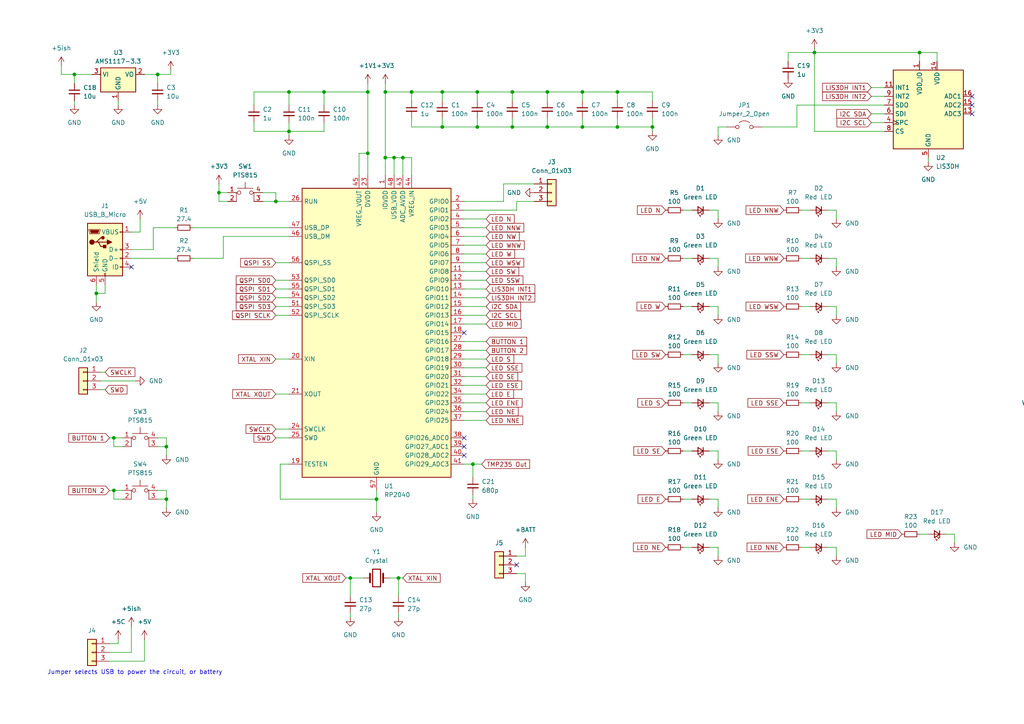
<source format=kicad_sch>
(kicad_sch (version 20231120) (generator "eeschema") (generator_version "8.0")
  (paper "A4")
  (junction (at 111.76 45.72))
  (junction (at 33.02 142.24))
  (junction (at 83.82 38.1))
  (junction (at 353.06 101.6))
  (junction (at 266.7 15.24))
  (junction (at 361.95 158.75))
  (junction (at 106.68 26.67))
  (junction (at 111.76 26.67))
  (junction (at 63.5 55.88))
  (junction (at 168.91 36.83))
  (junction (at 115.57 167.64))
  (junction (at 368.3 43.18))
  (junction (at 138.43 26.67))
  (junction (at 109.22 144.78))
  (junction (at 168.91 26.67))
  (junction (at 179.07 26.67))
  (junction (at 158.75 26.67))
  (junction (at 236.22 15.24))
  (junction (at 27.94 85.09))
  (junction (at 93.98 26.67))
  (junction (at 328.93 107.95))
  (junction (at 361.95 163.83))
  (junction (at 368.3 48.26))
  (junction (at 335.28 101.6))
  (junction (at 386.08 43.18))
  (junction (at 83.82 26.67))
  (junction (at 368.3 58.42))
  (junction (at 320.04 30.48))
  (junction (at 45.72 21.59))
  (junction (at 148.59 36.83))
  (junction (at 128.27 26.67))
  (junction (at 158.75 36.83))
  (junction (at 33.02 127))
  (junction (at 48.26 129.54))
  (junction (at 80.01 58.42))
  (junction (at 394.97 43.18))
  (junction (at 179.07 36.83))
  (junction (at 328.93 101.6))
  (junction (at 116.84 45.72))
  (junction (at 347.98 58.42))
  (junction (at 106.68 44.45))
  (junction (at 317.5 92.71))
  (junction (at 128.27 36.83))
  (junction (at 21.59 21.59))
  (junction (at 101.6 167.64))
  (junction (at 189.23 36.83))
  (junction (at 138.43 36.83))
  (junction (at 48.26 144.78))
  (junction (at 334.01 30.48))
  (junction (at 148.59 26.67))
  (junction (at 334.01 40.64))
  (junction (at 114.3 45.72))
  (junction (at 137.16 134.62))
  (junction (at 386.08 58.42))
  (junction (at 119.38 26.67))
  (no_connect (at 281.94 33.02))
  (no_connect (at 149.86 163.83))
  (no_connect (at 134.62 132.08))
  (no_connect (at 134.62 129.54))
  (no_connect (at 38.1 77.47))
  (no_connect (at 281.94 30.48))
  (no_connect (at 281.94 27.94))
  (no_connect (at 134.62 96.52))
  (no_connect (at 134.62 127))
  (wire (pts (xy 134.62 73.66) (xy 140.97 73.66)))
  (wire (pts (xy 179.07 34.29) (xy 179.07 36.83)))
  (wire (pts (xy 242.57 133.35) (xy 242.57 130.81)))
  (wire (pts (xy 106.68 26.67) (xy 93.98 26.67)))
  (wire (pts (xy 320.04 38.1) (xy 320.04 40.64)))
  (wire (pts (xy 48.26 132.08) (xy 48.26 129.54)))
  (wire (pts (xy 361.95 163.83) (xy 364.49 163.83)))
  (wire (pts (xy 328.93 101.6) (xy 328.93 107.95)))
  (wire (pts (xy 242.57 102.87) (xy 240.03 102.87)))
  (wire (pts (xy 48.26 127) (xy 45.72 127)))
  (wire (pts (xy 317.5 91.44) (xy 317.5 92.71)))
  (wire (pts (xy 138.43 26.67) (xy 138.43 29.21)))
  (wire (pts (xy 220.98 36.83) (xy 231.14 36.83)))
  (wire (pts (xy 334.01 45.72) (xy 334.01 40.64)))
  (wire (pts (xy 80.01 127) (xy 83.82 127)))
  (wire (pts (xy 34.29 186.69) (xy 31.75 186.69)))
  (wire (pts (xy 116.84 45.72) (xy 114.3 45.72)))
  (wire (pts (xy 64.77 74.93) (xy 55.88 74.93)))
  (wire (pts (xy 361.95 166.37) (xy 361.95 163.83)))
  (wire (pts (xy 232.41 88.9) (xy 234.95 88.9)))
  (wire (pts (xy 242.57 88.9) (xy 240.03 88.9)))
  (wire (pts (xy 208.28 39.37) (xy 208.28 36.83)))
  (wire (pts (xy 48.26 142.24) (xy 45.72 142.24)))
  (wire (pts (xy 353.06 105.41) (xy 353.06 101.6)))
  (wire (pts (xy 114.3 45.72) (xy 111.76 45.72)))
  (wire (pts (xy 134.62 88.9) (xy 140.97 88.9)))
  (wire (pts (xy 189.23 34.29) (xy 189.23 36.83)))
  (wire (pts (xy 81.28 134.62) (xy 81.28 144.78)))
  (wire (pts (xy 80.01 86.36) (xy 83.82 86.36)))
  (wire (pts (xy 27.94 85.09) (xy 30.48 85.09)))
  (wire (pts (xy 41.91 185.42) (xy 41.91 191.77)))
  (wire (pts (xy 353.06 99.06) (xy 349.25 99.06)))
  (wire (pts (xy 49.53 20.32) (xy 49.53 21.59)))
  (wire (pts (xy 35.56 129.54) (xy 33.02 129.54)))
  (wire (pts (xy 232.41 116.84) (xy 234.95 116.84)))
  (wire (pts (xy 276.86 154.94) (xy 274.32 154.94)))
  (wire (pts (xy 111.76 26.67) (xy 119.38 26.67)))
  (wire (pts (xy 80.01 55.88) (xy 80.01 58.42)))
  (wire (pts (xy 21.59 21.59) (xy 21.59 24.13)))
  (wire (pts (xy 168.91 36.83) (xy 158.75 36.83)))
  (wire (pts (xy 386.08 58.42) (xy 368.3 58.42)))
  (wire (pts (xy 134.62 76.2) (xy 140.97 76.2)))
  (wire (pts (xy 83.82 134.62) (xy 81.28 134.62)))
  (wire (pts (xy 168.91 26.67) (xy 168.91 29.21)))
  (wire (pts (xy 48.26 147.32) (xy 48.26 144.78)))
  (wire (pts (xy 106.68 24.13) (xy 106.68 26.67)))
  (wire (pts (xy 236.22 15.24) (xy 266.7 15.24)))
  (wire (pts (xy 44.45 72.39) (xy 44.45 66.04)))
  (wire (pts (xy 208.28 119.38) (xy 208.28 116.84)))
  (wire (pts (xy 134.62 93.98) (xy 140.97 93.98)))
  (wire (pts (xy 394.97 53.34) (xy 394.97 58.42)))
  (wire (pts (xy 134.62 114.3) (xy 140.97 114.3)))
  (wire (pts (xy 38.1 189.23) (xy 31.75 189.23)))
  (wire (pts (xy 81.28 144.78) (xy 109.22 144.78)))
  (wire (pts (xy 208.28 158.75) (xy 205.74 158.75)))
  (wire (pts (xy 41.91 191.77) (xy 31.75 191.77)))
  (wire (pts (xy 236.22 15.24) (xy 236.22 38.1)))
  (wire (pts (xy 394.97 40.64) (xy 394.97 43.18)))
  (wire (pts (xy 269.24 45.72) (xy 269.24 46.99)))
  (wire (pts (xy 64.77 68.58) (xy 83.82 68.58)))
  (wire (pts (xy 347.98 58.42) (xy 347.98 62.23)))
  (wire (pts (xy 347.98 53.34) (xy 347.98 58.42)))
  (wire (pts (xy 312.42 92.71) (xy 317.5 92.71)))
  (wire (pts (xy 80.01 124.46) (xy 83.82 124.46)))
  (wire (pts (xy 228.6 15.24) (xy 236.22 15.24)))
  (wire (pts (xy 104.14 50.8) (xy 104.14 44.45)))
  (wire (pts (xy 111.76 45.72) (xy 111.76 50.8)))
  (wire (pts (xy 232.41 130.81) (xy 234.95 130.81)))
  (wire (pts (xy 137.16 134.62) (xy 137.16 138.43)))
  (wire (pts (xy 320.04 27.94) (xy 320.04 30.48)))
  (wire (pts (xy 134.62 99.06) (xy 140.97 99.06)))
  (wire (pts (xy 328.93 97.79) (xy 328.93 101.6)))
  (wire (pts (xy 394.97 43.18) (xy 386.08 43.18)))
  (wire (pts (xy 252.73 35.56) (xy 256.54 35.56)))
  (wire (pts (xy 232.41 144.78) (xy 234.95 144.78)))
  (wire (pts (xy 208.28 105.41) (xy 208.28 102.87)))
  (wire (pts (xy 347.98 58.42) (xy 368.3 58.42)))
  (wire (pts (xy 134.62 106.68) (xy 140.97 106.68)))
  (wire (pts (xy 40.64 63.5) (xy 40.64 67.31)))
  (wire (pts (xy 115.57 167.64) (xy 116.84 167.64)))
  (wire (pts (xy 386.08 58.42) (xy 394.97 58.42)))
  (wire (pts (xy 29.21 110.49) (xy 39.37 110.49)))
  (wire (pts (xy 242.57 147.32) (xy 242.57 144.78)))
  (wire (pts (xy 208.28 63.5) (xy 208.28 60.96)))
  (wire (pts (xy 33.02 142.24) (xy 35.56 142.24)))
  (wire (pts (xy 148.59 26.67) (xy 148.59 29.21)))
  (wire (pts (xy 134.62 104.14) (xy 140.97 104.14)))
  (wire (pts (xy 80.01 104.14) (xy 83.82 104.14)))
  (wire (pts (xy 335.28 101.6) (xy 339.09 101.6)))
  (wire (pts (xy 80.01 88.9) (xy 83.82 88.9)))
  (wire (pts (xy 327.66 118.11) (xy 331.47 118.11)))
  (wire (pts (xy 134.62 116.84) (xy 140.97 116.84)))
  (wire (pts (xy 266.7 154.94) (xy 269.24 154.94)))
  (wire (pts (xy 73.66 26.67) (xy 83.82 26.67)))
  (wire (pts (xy 63.5 55.88) (xy 63.5 58.42)))
  (wire (pts (xy 106.68 26.67) (xy 106.68 44.45)))
  (wire (pts (xy 134.62 81.28) (xy 140.97 81.28)))
  (wire (pts (xy 252.73 27.94) (xy 256.54 27.94)))
  (wire (pts (xy 116.84 45.72) (xy 119.38 45.72)))
  (wire (pts (xy 63.5 53.34) (xy 63.5 55.88)))
  (wire (pts (xy 232.41 158.75) (xy 234.95 158.75)))
  (wire (pts (xy 327.66 120.65) (xy 331.47 120.65)))
  (wire (pts (xy 242.57 60.96) (xy 240.03 60.96)))
  (wire (pts (xy 386.08 53.34) (xy 386.08 58.42)))
  (wire (pts (xy 198.12 60.96) (xy 200.66 60.96)))
  (wire (pts (xy 361.95 40.64) (xy 358.14 40.64)))
  (wire (pts (xy 64.77 68.58) (xy 64.77 74.93)))
  (wire (pts (xy 198.12 88.9) (xy 200.66 88.9)))
  (wire (pts (xy 179.07 36.83) (xy 168.91 36.83)))
  (wire (pts (xy 168.91 34.29) (xy 168.91 36.83)))
  (wire (pts (xy 208.28 102.87) (xy 205.74 102.87)))
  (wire (pts (xy 48.26 129.54) (xy 48.26 127)))
  (wire (pts (xy 116.84 45.72) (xy 116.84 50.8)))
  (wire (pts (xy 34.29 185.42) (xy 34.29 186.69)))
  (wire (pts (xy 208.28 91.44) (xy 208.28 88.9)))
  (wire (pts (xy 30.48 85.09) (xy 30.48 82.55)))
  (wire (pts (xy 119.38 36.83) (xy 128.27 36.83)))
  (wire (pts (xy 146.05 53.34) (xy 154.94 53.34)))
  (wire (pts (xy 45.72 21.59) (xy 41.91 21.59)))
  (wire (pts (xy 358.14 43.18) (xy 368.3 43.18)))
  (wire (pts (xy 27.94 82.55) (xy 27.94 85.09)))
  (wire (pts (xy 38.1 74.93) (xy 50.8 74.93)))
  (wire (pts (xy 80.01 58.42) (xy 83.82 58.42)))
  (wire (pts (xy 327.66 110.49) (xy 331.47 110.49)))
  (wire (pts (xy 232.41 74.93) (xy 234.95 74.93)))
  (wire (pts (xy 189.23 26.67) (xy 189.23 29.21)))
  (wire (pts (xy 93.98 38.1) (xy 83.82 38.1)))
  (wire (pts (xy 242.57 63.5) (xy 242.57 60.96)))
  (wire (pts (xy 119.38 34.29) (xy 119.38 36.83)))
  (wire (pts (xy 101.6 177.8) (xy 101.6 179.07)))
  (wire (pts (xy 242.57 158.75) (xy 240.03 158.75)))
  (wire (pts (xy 134.62 119.38) (xy 140.97 119.38)))
  (wire (pts (xy 158.75 36.83) (xy 148.59 36.83)))
  (wire (pts (xy 138.43 26.67) (xy 148.59 26.67)))
  (wire (pts (xy 134.62 91.44) (xy 140.97 91.44)))
  (wire (pts (xy 128.27 36.83) (xy 128.27 34.29)))
  (wire (pts (xy 115.57 177.8) (xy 115.57 179.07)))
  (wire (pts (xy 327.66 107.95) (xy 328.93 107.95)))
  (wire (pts (xy 73.66 35.56) (xy 73.66 38.1)))
  (wire (pts (xy 33.02 127) (xy 35.56 127)))
  (wire (pts (xy 242.57 77.47) (xy 242.57 74.93)))
  (wire (pts (xy 73.66 30.48) (xy 73.66 26.67)))
  (wire (pts (xy 104.14 44.45) (xy 106.68 44.45)))
  (wire (pts (xy 361.95 158.75) (xy 364.49 158.75)))
  (wire (pts (xy 149.86 58.42) (xy 154.94 58.42)))
  (wire (pts (xy 38.1 181.61) (xy 38.1 189.23)))
  (wire (pts (xy 327.66 113.03) (xy 331.47 113.03)))
  (wire (pts (xy 83.82 38.1) (xy 83.82 39.37)))
  (wire (pts (xy 49.53 21.59) (xy 45.72 21.59)))
  (wire (pts (xy 55.88 66.04) (xy 83.82 66.04)))
  (wire (pts (xy 109.22 142.24) (xy 109.22 144.78)))
  (wire (pts (xy 134.62 58.42) (xy 146.05 58.42)))
  (wire (pts (xy 242.57 119.38) (xy 242.57 116.84)))
  (wire (pts (xy 152.4 166.37) (xy 149.86 166.37)))
  (wire (pts (xy 80.01 83.82) (xy 83.82 83.82)))
  (wire (pts (xy 320.04 30.48) (xy 334.01 30.48)))
  (wire (pts (xy 158.75 26.67) (xy 168.91 26.67)))
  (wire (pts (xy 179.07 26.67) (xy 179.07 29.21)))
  (wire (pts (xy 17.78 19.05) (xy 17.78 21.59)))
  (wire (pts (xy 101.6 167.64) (xy 101.6 172.72)))
  (wire (pts (xy 138.43 34.29) (xy 138.43 36.83)))
  (wire (pts (xy 266.7 15.24) (xy 266.7 17.78)))
  (wire (pts (xy 134.62 60.96) (xy 149.86 60.96)))
  (wire (pts (xy 111.76 26.67) (xy 111.76 45.72)))
  (wire (pts (xy 45.72 24.13) (xy 45.72 21.59)))
  (wire (pts (xy 256.54 38.1) (xy 236.22 38.1)))
  (wire (pts (xy 158.75 26.67) (xy 158.75 29.21)))
  (wire (pts (xy 361.95 149.86) (xy 361.95 151.13)))
  (wire (pts (xy 242.57 74.93) (xy 240.03 74.93)))
  (wire (pts (xy 368.3 43.18) (xy 386.08 43.18)))
  (wire (pts (xy 334.01 40.64) (xy 337.82 40.64)))
  (wire (pts (xy 76.2 58.42) (xy 80.01 58.42)))
  (wire (pts (xy 21.59 29.21) (xy 21.59 30.48)))
  (wire (pts (xy 138.43 36.83) (xy 128.27 36.83)))
  (wire (pts (xy 276.86 157.48) (xy 276.86 154.94)))
  (wire (pts (xy 106.68 44.45) (xy 106.68 50.8)))
  (wire (pts (xy 101.6 167.64) (xy 105.41 167.64)))
  (wire (pts (xy 148.59 26.67) (xy 158.75 26.67)))
  (wire (pts (xy 152.4 168.91) (xy 152.4 166.37)))
  (wire (pts (xy 152.4 158.75) (xy 152.4 161.29)))
  (wire (pts (xy 335.28 101.6) (xy 328.93 101.6)))
  (wire (pts (xy 208.28 88.9) (xy 205.74 88.9)))
  (wire (pts (xy 111.76 24.13) (xy 111.76 26.67)))
  (wire (pts (xy 149.86 60.96) (xy 149.86 58.42)))
  (wire (pts (xy 231.14 30.48) (xy 256.54 30.48)))
  (wire (pts (xy 198.12 116.84) (xy 200.66 116.84)))
  (wire (pts (xy 345.44 30.48) (xy 334.01 30.48)))
  (wire (pts (xy 134.62 111.76) (xy 140.97 111.76)))
  (wire (pts (xy 168.91 26.67) (xy 179.07 26.67)))
  (wire (pts (xy 45.72 29.21) (xy 45.72 30.48)))
  (wire (pts (xy 208.28 77.47) (xy 208.28 74.93)))
  (wire (pts (xy 29.21 113.03) (xy 30.48 113.03)))
  (wire (pts (xy 236.22 13.97) (xy 236.22 15.24)))
  (wire (pts (xy 232.41 60.96) (xy 234.95 60.96)))
  (wire (pts (xy 350.52 30.48) (xy 361.95 30.48)))
  (wire (pts (xy 179.07 26.67) (xy 189.23 26.67)))
  (wire (pts (xy 134.62 71.12) (xy 140.97 71.12)))
  (wire (pts (xy 208.28 144.78) (xy 205.74 144.78)))
  (wire (pts (xy 208.28 161.29) (xy 208.28 158.75)))
  (wire (pts (xy 137.16 134.62) (xy 139.7 134.62)))
  (wire (pts (xy 252.73 33.02) (xy 256.54 33.02)))
  (wire (pts (xy 368.3 48.26) (xy 368.3 52.07)))
  (wire (pts (xy 134.62 121.92) (xy 140.97 121.92)))
  (wire (pts (xy 335.28 99.06) (xy 335.28 101.6)))
  (wire (pts (xy 45.72 129.54) (xy 48.26 129.54)))
  (wire (pts (xy 134.62 66.04) (xy 140.97 66.04)))
  (wire (pts (xy 134.62 134.62) (xy 137.16 134.62)))
  (wire (pts (xy 208.28 74.93) (xy 205.74 74.93)))
  (wire (pts (xy 134.62 63.5) (xy 140.97 63.5)))
  (wire (pts (xy 328.93 107.95) (xy 331.47 107.95)))
  (wire (pts (xy 146.05 58.42) (xy 146.05 53.34)))
  (wire (pts (xy 134.62 83.82) (xy 140.97 83.82)))
  (wire (pts (xy 119.38 29.21) (xy 119.38 26.67)))
  (wire (pts (xy 242.57 105.41) (xy 242.57 102.87)))
  (wire (pts (xy 34.29 29.21) (xy 34.29 30.48)))
  (wire (pts (xy 63.5 58.42) (xy 66.04 58.42)))
  (wire (pts (xy 21.59 21.59) (xy 26.67 21.59)))
  (wire (pts (xy 31.75 142.24) (xy 33.02 142.24)))
  (wire (pts (xy 394.97 48.26) (xy 394.97 43.18)))
  (wire (pts (xy 337.82 45.72) (xy 334.01 45.72)))
  (wire (pts (xy 128.27 26.67) (xy 128.27 29.21)))
  (wire (pts (xy 208.28 36.83) (xy 210.82 36.83)))
  (wire (pts (xy 115.57 172.72) (xy 115.57 167.64)))
  (wire (pts (xy 231.14 36.83) (xy 231.14 30.48)))
  (wire (pts (xy 63.5 55.88) (xy 66.04 55.88)))
  (wire (pts (xy 17.78 21.59) (xy 21.59 21.59)))
  (wire (pts (xy 48.26 144.78) (xy 48.26 142.24)))
  (wire (pts (xy 242.57 116.84) (xy 240.03 116.84)))
  (wire (pts (xy 119.38 50.8) (xy 119.38 45.72)))
  (wire (pts (xy 93.98 26.67) (xy 93.98 30.48)))
  (wire (pts (xy 242.57 91.44) (xy 242.57 88.9)))
  (wire (pts (xy 198.12 130.81) (xy 200.66 130.81)))
  (wire (pts (xy 208.28 60.96) (xy 205.74 60.96)))
  (wire (pts (xy 353.06 101.6) (xy 353.06 99.06)))
  (wire (pts (xy 242.57 144.78) (xy 240.03 144.78)))
  (wire (pts (xy 328.93 91.44) (xy 328.93 92.71)))
  (wire (pts (xy 381 161.29) (xy 386.08 161.29)))
  (wire (pts (xy 80.01 81.28) (xy 83.82 81.28)))
  (wire (pts (xy 198.12 144.78) (xy 200.66 144.78)))
  (wire (pts (xy 93.98 35.56) (xy 93.98 38.1)))
  (wire (pts (xy 148.59 36.83) (xy 138.43 36.83)))
  (wire (pts (xy 80.01 76.2) (xy 83.82 76.2)))
  (wire (pts (xy 252.73 25.4) (xy 256.54 25.4)))
  (wire (pts (xy 40.64 67.31) (xy 38.1 67.31)))
  (wire (pts (xy 208.28 130.81) (xy 205.74 130.81)))
  (wire (pts (xy 80.01 114.3) (xy 83.82 114.3)))
  (wire (pts (xy 242.57 130.81) (xy 240.03 130.81)))
  (wire (pts (xy 158.75 34.29) (xy 158.75 36.83)))
  (wire (pts (xy 83.82 35.56) (xy 83.82 38.1)))
  (wire (pts (xy 134.62 101.6) (xy 140.97 101.6)))
  (wire (pts (xy 334.01 30.48) (xy 334.01 40.64)))
  (wire (pts (xy 358.14 48.26) (xy 368.3 48.26)))
  (wire (pts (xy 152.4 161.29) (xy 149.86 161.29)))
  (wire (pts (xy 242.57 161.29) (xy 242.57 158.75)))
  (wire (pts (xy 266.7 15.24) (xy 271.78 15.24)))
  (wire (pts (xy 327.66 115.57) (xy 331.47 115.57)))
  (wire (pts (xy 134.62 78.74) (xy 140.97 78.74)))
  (wire (pts (xy 189.23 36.83) (xy 189.23 38.1)))
  (wire (pts (xy 31.75 127) (xy 33.02 127)))
  (wire (pts (xy 119.38 26.67) (xy 128.27 26.67)))
  (wire (pts (xy 80.01 91.44) (xy 83.82 91.44)))
  (wire (pts (xy 134.62 109.22) (xy 140.97 109.22)))
  (wire (pts (xy 361.95 156.21) (xy 361.95 158.75)))
  (wire (pts (xy 100.33 167.64) (xy 101.6 167.64)))
  (wire (pts (xy 208.28 147.32) (xy 208.28 144.78)))
  (wire (pts (xy 198.12 102.87) (xy 200.66 102.87)))
  (wire (pts (xy 386.08 43.18) (xy 386.08 48.26)))
  (wire (pts (xy 198.12 74.93) (xy 200.66 74.93)))
  (wire (pts (xy 361.95 30.48) (xy 361.95 40.64)))
  (wire (pts (xy 189.23 36.83) (xy 179.07 36.83)))
  (wire (pts (xy 317.5 92.71) (xy 317.5 102.87)))
  (wire (pts (xy 317.5 128.27) (xy 317.5 129.54)))
  (wire (pts (xy 339.09 99.06) (xy 335.28 99.06)))
  (wire (pts (xy 349.25 101.6) (xy 353.06 101.6)))
  (wire (pts (xy 198.12 158.75) (xy 200.66 158.75)))
  (wire (pts (xy 368.3 57.15) (xy 368.3 58.42)))
  (wire (pts (xy 76.2 55.88) (xy 80.01 55.88)))
  (wire (pts (xy 228.6 17.78) (xy 228.6 15.24)))
  (wire (pts (xy 44.45 66.04) (xy 50.8 66.04)))
  (wire (pts (xy 109.22 144.78) (xy 109.22 148.59)))
  (wire (pts (xy 148.59 34.29) (xy 148.59 36.83)))
  (wire (pts (xy 137.16 143.51) (xy 137.16 144.78)))
  (wire (pts (xy 83.82 26.67) (xy 83.82 30.48)))
  (wire (pts (xy 232.41 102.87) (xy 234.95 102.87)))
  (wire (pts (xy 73.66 38.1) (xy 83.82 38.1)))
  (wire (pts (xy 45.72 144.78) (xy 48.26 144.78)))
  (wire (pts (xy 128.27 26.67) (xy 138.43 26.67)))
  (wire (pts (xy 35.56 144.78) (xy 33.02 144.78)))
  (wire (pts (xy 114.3 45.72) (xy 114.3 50.8)))
  (wire (pts (xy 29.21 107.95) (xy 30.48 107.95)))
  (wire (pts (xy 93.98 26.67) (xy 83.82 26.67)))
  (wire (pts (xy 113.03 167.64) (xy 115.57 167.64)))
  (wire (pts (xy 320.04 33.02) (xy 320.04 30.48)))
  (wire (pts (xy 38.1 72.39) (xy 44.45 72.39)))
  (wire (pts (xy 271.78 15.24) (xy 271.78 17.78)))
  (wire (pts (xy 134.62 86.36) (xy 140.97 86.36)))
  (wire (pts (xy 27.94 85.09) (xy 27.94 87.63)))
  (wire (pts (xy 33.02 127) (xy 33.02 129.54)))
  (wire (pts (xy 134.62 68.58) (xy 140.97 68.58)))
  (wire (pts (xy 208.28 133.35) (xy 208.28 130.81)))
  (wire (pts (xy 33.02 142.24) (xy 33.02 144.78)))
  (wire (pts (xy 208.28 116.84) (xy 205.74 116.84)))
  (text "Confirm pinout" (at 377.19 38.862 0) (effects (font (size 2.032 2.032) (thickness 0.4064) (bold yes))))
  (text "Jumper selects USB to power the circuit, or battery" (at 39.116 195.072 0) (effects (font (size 1.27 1.27))))
  (text "R1 = (Vout/Vref - 1) * R2\n112800 = (5.2/0.5 - 1) x 12000" (at 373.126 62.484 0) (effects (font (size 1.27 1.27))))
  (text "R1" (at 368.3 45.974 90) (effects (font (size 1.27 1.27))))
  (text "R2" (at 368.3 55.118 90) (effects (font (size 1.27 1.27))))
  (global_label "SWD" (shape input) (at 80.01 127 180) (property "Intersheetrefs" "${INTERSHEET_REFS}" (effects (hide yes))))
  (global_label "QSPI SD2" (shape input) (at 331.47 118.11 0) (property "Intersheetrefs" "${INTERSHEET_REFS}" (effects (hide yes))))
  (global_label "LED W" (shape input) (at 193.04 88.9 180) (property "Intersheetrefs" "${INTERSHEET_REFS}" (effects (hide yes))))
  (global_label "SWCLK" (shape input) (at 80.01 124.46 180) (property "Intersheetrefs" "${INTERSHEET_REFS}" (effects (hide yes))))
  (global_label "BUTTON 2" (shape input) (at 31.75 142.24 180) (property "Intersheetrefs" "${INTERSHEET_REFS}" (effects (hide yes))))
  (global_label "LED ENE" (shape input) (at 140.97 116.84 0) (property "Intersheetrefs" "${INTERSHEET_REFS}" (effects (hide yes))))
  (global_label "BUTTON 1" (shape input) (at 31.75 127 180) (property "Intersheetrefs" "${INTERSHEET_REFS}" (effects (hide yes))))
  (global_label "LED E" (shape input) (at 140.97 114.3 0) (property "Intersheetrefs" "${INTERSHEET_REFS}" (effects (hide yes))))
  (global_label "LED E" (shape input) (at 193.04 144.78 180) (property "Intersheetrefs" "${INTERSHEET_REFS}" (effects (hide yes))))
  (global_label "XTAL XIN" (shape input) (at 116.84 167.64 0) (property "Intersheetrefs" "${INTERSHEET_REFS}" (effects (hide yes))))
  (global_label "QSPI SD0" (shape input) (at 331.47 113.03 0) (property "Intersheetrefs" "${INTERSHEET_REFS}" (effects (hide yes))))
  (global_label "LED SW" (shape input) (at 193.04 102.87 180) (property "Intersheetrefs" "${INTERSHEET_REFS}" (effects (hide yes))))
  (global_label "TMP235 Out" (shape input) (at 386.08 161.29 0) (property "Intersheetrefs" "${INTERSHEET_REFS}" (effects (hide yes))))
  (global_label "I2C SCL" (shape input) (at 252.73 35.56 180) (property "Intersheetrefs" "${INTERSHEET_REFS}" (effects (hide yes))))
  (global_label "SWCLK" (shape input) (at 30.48 107.95 0) (property "Intersheetrefs" "${INTERSHEET_REFS}" (effects (hide yes))))
  (global_label "LED NE" (shape input) (at 140.97 119.38 0) (property "Intersheetrefs" "${INTERSHEET_REFS}" (effects (hide yes))))
  (global_label "LED WNW" (shape input) (at 140.97 71.12 0) (property "Intersheetrefs" "${INTERSHEET_REFS}" (effects (hide yes))))
  (global_label "I2C SDA" (shape input) (at 140.97 88.9 0) (property "Intersheetrefs" "${INTERSHEET_REFS}" (effects (hide yes))))
  (global_label "LED NE" (shape input) (at 193.04 158.75 180) (property "Intersheetrefs" "${INTERSHEET_REFS}" (effects (hide yes))))
  (global_label "I2C SCL" (shape input) (at 140.97 91.44 0) (property "Intersheetrefs" "${INTERSHEET_REFS}" (effects (hide yes))))
  (global_label "QSPI SCLK" (shape input) (at 331.47 110.49 0) (property "Intersheetrefs" "${INTERSHEET_REFS}" (effects (hide yes))))
  (global_label "LED SW" (shape input) (at 140.97 78.74 0) (property "Intersheetrefs" "${INTERSHEET_REFS}" (effects (hide yes))))
  (global_label "LED SSE" (shape input) (at 227.33 116.84 180) (property "Intersheetrefs" "${INTERSHEET_REFS}" (effects (hide yes))))
  (global_label "LED SSW" (shape input) (at 140.97 81.28 0) (property "Intersheetrefs" "${INTERSHEET_REFS}" (effects (hide yes))))
  (global_label "LED ESE" (shape input) (at 227.33 130.81 180) (property "Intersheetrefs" "${INTERSHEET_REFS}" (effects (hide yes))))
  (global_label "BUTTON 1" (shape input) (at 140.97 99.06 0) (property "Intersheetrefs" "${INTERSHEET_REFS}" (effects (hide yes))))
  (global_label "LED SE" (shape input) (at 140.97 109.22 0) (property "Intersheetrefs" "${INTERSHEET_REFS}" (effects (hide yes))))
  (global_label "LED NNE" (shape input) (at 227.33 158.75 180) (property "Intersheetrefs" "${INTERSHEET_REFS}" (effects (hide yes))))
  (global_label "XTAL XIN" (shape input) (at 80.01 104.14 180) (property "Intersheetrefs" "${INTERSHEET_REFS}" (effects (hide yes))))
  (global_label "LED N" (shape input) (at 140.97 63.5 0) (property "Intersheetrefs" "${INTERSHEET_REFS}" (effects (hide yes))))
  (global_label "LIS3DH INT2" (shape input) (at 252.73 27.94 180) (property "Intersheetrefs" "${INTERSHEET_REFS}" (effects (hide yes))))
  (global_label "LED SSE" (shape input) (at 140.97 106.68 0) (property "Intersheetrefs" "${INTERSHEET_REFS}" (effects (hide yes))))
  (global_label "LED WSW" (shape input) (at 140.97 76.2 0) (property "Intersheetrefs" "${INTERSHEET_REFS}" (effects (hide yes))))
  (global_label "QSPI SD3" (shape input) (at 331.47 120.65 0) (property "Intersheetrefs" "${INTERSHEET_REFS}" (effects (hide yes))))
  (global_label "LED ENE" (shape input) (at 227.33 144.78 180) (property "Intersheetrefs" "${INTERSHEET_REFS}" (effects (hide yes))))
  (global_label "LED S" (shape input) (at 140.97 104.14 0) (property "Intersheetrefs" "${INTERSHEET_REFS}" (effects (hide yes))))
  (global_label "LIS3DH INT1" (shape input) (at 252.73 25.4 180) (property "Intersheetrefs" "${INTERSHEET_REFS}" (effects (hide yes))))
  (global_label "QSPI SS" (shape input) (at 331.47 107.95 0) (property "Intersheetrefs" "${INTERSHEET_REFS}" (effects (hide yes))))
  (global_label "LED ESE" (shape input) (at 140.97 111.76 0) (property "Intersheetrefs" "${INTERSHEET_REFS}" (effects (hide yes))))
  (global_label "QSPI SCLK" (shape input) (at 80.01 91.44 180) (property "Intersheetrefs" "${INTERSHEET_REFS}" (effects (hide yes))))
  (global_label "XTAL XOUT" (shape input) (at 100.33 167.64 180) (property "Intersheetrefs" "${INTERSHEET_REFS}" (effects (hide yes))))
  (global_label "QSPI SD1" (shape input) (at 80.01 83.82 180) (property "Intersheetrefs" "${INTERSHEET_REFS}" (effects (hide yes))))
  (global_label "LED WSW" (shape input) (at 227.33 88.9 180) (property "Intersheetrefs" "${INTERSHEET_REFS}" (effects (hide yes))))
  (global_label "LED N" (shape input) (at 193.04 60.96 180) (property "Intersheetrefs" "${INTERSHEET_REFS}" (effects (hide yes))))
  (global_label "LED NNW" (shape input) (at 140.97 66.04 0) (property "Intersheetrefs" "${INTERSHEET_REFS}" (effects (hide yes))))
  (global_label "LED W" (shape input) (at 140.97 73.66 0) (property "Intersheetrefs" "${INTERSHEET_REFS}" (effects (hide yes))))
  (global_label "LED NNW" (shape input) (at 227.33 60.96 180) (property "Intersheetrefs" "${INTERSHEET_REFS}" (effects (hide yes))))
  (global_label "LED MID" (shape input) (at 140.97 93.98 0) (property "Intersheetrefs" "${INTERSHEET_REFS}" (effects (hide yes))))
  (global_label "XTAL XOUT" (shape input) (at 80.01 114.3 180) (property "Intersheetrefs" "${INTERSHEET_REFS}" (effects (hide yes))))
  (global_label "QSPI SD3" (shape input) (at 80.01 88.9 180) (property "Intersheetrefs" "${INTERSHEET_REFS}" (effects (hide yes))))
  (global_label "LED MID" (shape input) (at 261.62 154.94 180) (property "Intersheetrefs" "${INTERSHEET_REFS}" (effects (hide yes))))
  (global_label "SWD" (shape input) (at 30.48 113.03 0) (property "Intersheetrefs" "${INTERSHEET_REFS}" (effects (hide yes))))
  (global_label "QSPI SD1" (shape input) (at 331.47 115.57 0) (property "Intersheetrefs" "${INTERSHEET_REFS}" (effects (hide yes))))
  (global_label "QSPI SD2" (shape input) (at 80.01 86.36 180) (property "Intersheetrefs" "${INTERSHEET_REFS}" (effects (hide yes))))
  (global_label "QSPI SS" (shape input) (at 80.01 76.2 180) (property "Intersheetrefs" "${INTERSHEET_REFS}" (effects (hide yes))))
  (global_label "LED WNW" (shape input) (at 227.33 74.93 180) (property "Intersheetrefs" "${INTERSHEET_REFS}" (effects (hide yes))))
  (global_label "TMP235 Out" (shape input) (at 139.7 134.62 0) (property "Intersheetrefs" "${INTERSHEET_REFS}" (effects (hide yes))))
  (global_label "LED NW" (shape input) (at 193.04 74.93 180) (property "Intersheetrefs" "${INTERSHEET_REFS}" (effects (hide yes))))
  (global_label "LED SE" (shape input) (at 193.04 130.81 180) (property "Intersheetrefs" "${INTERSHEET_REFS}" (effects (hide yes))))
  (global_label "LED NNE" (shape input) (at 140.97 121.92 0) (property "Intersheetrefs" "${INTERSHEET_REFS}" (effects (hide yes))))
  (global_label "LED SSW" (shape input) (at 227.33 102.87 180) (property "Intersheetrefs" "${INTERSHEET_REFS}" (effects (hide yes))))
  (global_label "LIS3DH INT2" (shape input) (at 140.97 86.36 0) (property "Intersheetrefs" "${INTERSHEET_REFS}" (effects (hide yes))))
  (global_label "LED S" (shape input) (at 193.04 116.84 180) (property "Intersheetrefs" "${INTERSHEET_REFS}" (effects (hide yes))))
  (global_label "BUTTON 2" (shape input) (at 140.97 101.6 0) (property "Intersheetrefs" "${INTERSHEET_REFS}" (effects (hide yes))))
  (global_label "LED NW" (shape input) (at 140.97 68.58 0) (property "Intersheetrefs" "${INTERSHEET_REFS}" (effects (hide yes))))
  (global_label "LIS3DH INT1" (shape input) (at 140.97 83.82 0) (property "Intersheetrefs" "${INTERSHEET_REFS}" (effects (hide yes))))
  (global_label "I2C SDA" (shape input) (at 252.73 33.02 180) (property "Intersheetrefs" "${INTERSHEET_REFS}" (effects (hide yes))))
  (global_label "QSPI SD0" (shape input) (at 80.01 81.28 180) (property "Intersheetrefs" "${INTERSHEET_REFS}" (effects (hide yes))))
  (symbol (lib_id "Connector_Generic:Conn_01x03") (at 144.78 163.83 0) (mirror y) (unit 1)
    (property "Reference" "J5" (at 144.78 157.48 0))
    (property "Value" "Conn_01x03" (effects (hide yes)))
    (property "Footprint" "Connector_PinHeader_2.54mm:PinHeader_1x03_P2.54mm_Vertical" (effects (hide yes)))
    (property "Description" "Generic connector, single row, 01x03, script generated (kicad-library-utils/schlib/autogen/connector/)" (effects (hide yes)))
    (property "JLCPCB PN" "DNP" (effects (hide yes)))
  )
  (symbol (lib_id "Device:R_Small") (at 328.93 95.25 180) (unit 1)
    (property "Reference" "R6" (at 331.47 93.9799 0) (effects (justify right)))
    (property "Value" "10k" (at 331.47 96.5199 0) (effects (justify right)))
    (property "Footprint" "Resistor_SMD:R_0805_2012Metric_Pad1.20x1.40mm_HandSolder" (effects (hide yes)))
    (property "Description" "Resistor, small symbol" (effects (hide yes)))
    (property "JLCPCB PN" "C17414" (effects (hide yes)))
  )
  (symbol (lib_id "power:GND") (at 242.57 91.44 0) (unit 1)
    (property "Reference" "#PWR046" (effects (hide yes)))
    (property "Value" "GND" (at 245.11 92.7099 0) (effects (justify left)))
    (property "Description" "Power symbol creates a global label with name \"GND\" , ground" (effects (hide yes)))
  )
  (symbol (lib_id "Device:LED_Small") (at 237.49 116.84 180) (unit 1)
    (property "Reference" "D13" (at 237.4265 110.49 0))
    (property "Value" "Red LED" (at 237.4265 113.03 0))
    (property "Footprint" "LED_SMD:LED_0805_2012Metric_Pad1.15x1.40mm_HandSolder" (effects (hide yes)))
    (property "Description" "LED Red, 0805" (effects (hide yes)))
    (property "JLCPCB PN" "C2296" (effects (hide yes)))
  )
  (symbol (lib_id "power:GND") (at 242.57 133.35 0) (unit 1)
    (property "Reference" "#PWR053" (effects (hide yes)))
    (property "Value" "GND" (at 245.11 134.6199 0) (effects (justify left)))
    (property "Description" "Power symbol creates a global label with name \"GND\" , ground" (effects (hide yes)))
  )
  (symbol (lib_id "Device:C_Small") (at 158.75 31.75 0) (unit 1)
    (property "Reference" "C6" (at 161.29 30.4862 0) (effects (justify left)))
    (property "Value" "100n" (at 161.29 33.0262 0) (effects (justify left)))
    (property "Footprint" "Capacitor_SMD:C_0402_1005Metric_Pad0.74x0.62mm_HandSolder" (effects (hide yes)))
    (property "Description" "16V 100nF X7R ±10% 0402 Multilayer Ceramic Capacitors" (effects (hide yes)))
    (property "JLCPCB PN" "C1525" (effects (hide yes)))
  )
  (symbol (lib_id "Device:LED_Small") (at 203.2 102.87 180) (unit 1)
    (property "Reference" "D6" (at 203.1365 96.52 0))
    (property "Value" "Green LED" (at 203.1365 99.06 0))
    (property "Footprint" "LED_SMD:LED_0805_2012Metric_Pad1.15x1.40mm_HandSolder" (effects (hide yes)))
    (property "Description" "LED Green, 0805" (effects (hide yes)))
    (property "JLCPCB PN" "C2297" (effects (hide yes)))
  )
  (symbol (lib_id "power:GND") (at 34.29 30.48 0) (unit 1)
    (property "Reference" "#PWR015" (effects (hide yes)))
    (property "Value" "GND" (at 34.29 35.56 0))
    (property "Description" "Power symbol creates a global label with name \"GND\" , ground" (effects (hide yes)))
  )
  (symbol (lib_id "Connector:USB_B_Micro") (at 30.48 72.39 0) (unit 1)
    (property "Reference" "J1" (at 30.48 59.69 0))
    (property "Value" "USB_B_Micro" (at 30.48 62.23 0))
    (property "Footprint" "Connector_USB:USB_Micro-B_Amphenol_10103594-0001LF_Horizontal" (effects (hide yes)))
    (property "Description" "USB Micro Type B connector" (effects (hide yes)))
    (property "JLCPCB PN" "C428495" (effects (hide yes)))
  )
  (symbol (lib_id "Device:C_Small") (at 312.42 95.25 0) (unit 1)
    (property "Reference" "C20" (at 309.88 93.9862 0) (effects (justify right)))
    (property "Value" "1u" (at 309.88 96.5262 0) (effects (justify right)))
    (property "Footprint" "Capacitor_SMD:C_0402_1005Metric_Pad0.74x0.62mm_HandSolder" (effects (hide yes)))
    (property "Description" "25V 1uF X5R ±10% 0402 Multilayer Ceramic Capacitors" (effects (hide yes)))
    (property "JLCPCB PN" "C52923" (effects (hide yes)))
  )
  (symbol (lib_id "Device:LED_Small") (at 237.49 130.81 180) (unit 1)
    (property "Reference" "D14" (at 237.4265 124.46 0))
    (property "Value" "Red LED" (at 237.4265 127 0))
    (property "Footprint" "LED_SMD:LED_0805_2012Metric_Pad1.15x1.40mm_HandSolder" (effects (hide yes)))
    (property "Description" "LED Red, 0805" (effects (hide yes)))
    (property "JLCPCB PN" "C2296" (effects (hide yes)))
  )
  (symbol (lib_id "power:+5C") (at 394.97 40.64 0) (unit 1)
    (property "Reference" "#PWR024" (effects (hide yes)))
    (property "Value" "+5C" (at 394.97 35.56 0))
    (property "Description" "Power symbol creates a global label with name \"+5C\"" (effects (hide yes)))
  )
  (symbol (lib_id "Device:C_Small") (at 179.07 31.75 0) (unit 1)
    (property "Reference" "C8" (at 181.61 30.4862 0) (effects (justify left)))
    (property "Value" "100n" (at 181.61 33.0262 0) (effects (justify left)))
    (property "Footprint" "Capacitor_SMD:C_0402_1005Metric_Pad0.74x0.62mm_HandSolder" (effects (hide yes)))
    (property "Description" "16V 100nF X7R ±10% 0402 Multilayer Ceramic Capacitors" (effects (hide yes)))
    (property "JLCPCB PN" "C1525" (effects (hide yes)))
  )
  (symbol (lib_id "power:GND") (at 317.5 129.54 0) (unit 1)
    (property "Reference" "#PWR09" (effects (hide yes)))
    (property "Value" "GND" (at 317.5 134.62 0))
    (property "Description" "Power symbol creates a global label with name \"GND\" , ground" (effects (hide yes)))
  )
  (symbol (lib_id "power:GND") (at 242.57 77.47 0) (unit 1)
    (property "Reference" "#PWR043" (effects (hide yes)))
    (property "Value" "GND" (at 245.11 78.7399 0) (effects (justify left)))
    (property "Description" "Power symbol creates a global label with name \"GND\" , ground" (effects (hide yes)))
  )
  (symbol (lib_id "Device:C_Small") (at 320.04 35.56 0) (unit 1)
    (property "Reference" "C15" (at 322.58 34.2962 0) (effects (justify left)))
    (property "Value" "22u" (at 322.58 36.8362 0) (effects (justify left)))
    (property "Footprint" "Capacitor_SMD:C_0805_2012Metric_Pad1.18x1.45mm_HandSolder" (effects (hide yes)))
    (property "Description" "Unpolarized capacitor, small symbol" (effects (hide yes)))
    (property "JLCPCB PN" "C45783" (effects (hide yes)))
  )
  (symbol (lib_id "Switch:SW_MEC_5E") (at 344.17 101.6 0) (unit 1)
    (property "Reference" "SW2" (at 344.17 91.44 0))
    (property "Value" "PTS815" (at 344.17 93.98 0))
    (property "Footprint" "ChristmasOrnamentFootprints:PTS815 Series" (effects (hide yes)))
    (property "Description" "PTS815" (effects (hide yes)))
    (property "JLCPCB PN" "C411883" (effects (hide yes)))
  )
  (symbol (lib_id "Device:R_Small") (at 53.34 74.93 90) (unit 1)
    (property "Reference" "R2" (at 53.34 69.85 90))
    (property "Value" "27.4" (at 53.34 72.39 90))
    (property "Footprint" "Resistor_SMD:R_0402_1005Metric_Pad0.72x0.64mm_HandSolder" (effects (hide yes)))
    (property "Description" "27.4Ω 0402 Chip Resistor" (effects (hide yes)))
    (property "JLCPCB PN" "C274349" (effects (hide yes)))
  )
  (symbol (lib_id "power:GND") (at 208.28 77.47 0) (unit 1)
    (property "Reference" "#PWR042" (effects (hide yes)))
    (property "Value" "GND" (at 210.82 78.7399 0) (effects (justify left)))
    (property "Description" "Power symbol creates a global label with name \"GND\" , ground" (effects (hide yes)))
  )
  (symbol (lib_id "power:GND") (at 152.4 168.91 0) (unit 1)
    (property "Reference" "#PWR017" (effects (hide yes)))
    (property "Value" "GND" (at 152.4 173.99 0))
    (property "Description" "Power symbol creates a global label with name \"GND\" , ground" (effects (hide yes)))
  )
  (symbol (lib_id "Connector_Generic:Conn_01x03") (at 24.13 110.49 0) (mirror y) (unit 1)
    (property "Reference" "J2" (at 24.13 101.6 0))
    (property "Value" "Conn_01x03" (at 24.13 104.14 0))
    (property "Footprint" "Connector_JST:JST_SH_BM03B-SRSS-TB_1x03-1MP_P1.00mm_Vertical" (effects (hide yes)))
    (property "Description" "Generic connector, single row, 01x03, script generated (kicad-library-utils/schlib/autogen/connector/)" (effects (hide yes)))
    (property "JLCPCB PN" "C160389" (effects (hide yes)))
  )
  (symbol (lib_id "Device:C_Small") (at 83.82 33.02 0) (unit 1)
    (property "Reference" "C11" (at 86.36 31.7562 0) (effects (justify left)))
    (property "Value" "100n" (at 86.36 34.2962 0) (effects (justify left)))
    (property "Footprint" "Capacitor_SMD:C_0402_1005Metric_Pad0.74x0.62mm_HandSolder" (effects (hide yes)))
    (property "Description" "16V 100nF X7R ±10% 0402 Multilayer Ceramic Capacitors" (effects (hide yes)))
    (property "JLCPCB PN" "C1525" (effects (hide yes)))
  )
  (symbol (lib_id "power:GND") (at 21.59 30.48 0) (unit 1)
    (property "Reference" "#PWR026" (effects (hide yes)))
    (property "Value" "GND" (at 21.59 35.56 0))
    (property "Description" "Power symbol creates a global label with name \"GND\" , ground" (effects (hide yes)))
  )
  (symbol (lib_id "power:+BATT") (at 17.78 19.05 0) (unit 1)
    (property "Reference" "#PWR025" (effects (hide yes)))
    (property "Value" "+5ish" (at 17.78 13.97 0))
    (property "Description" "Power symbol creates a global label with name \"+5ish\"" (effects (hide yes)))
  )
  (symbol (lib_id "power:+3V3") (at 111.76 24.13 0) (unit 1)
    (property "Reference" "#PWR01" (effects (hide yes)))
    (property "Value" "+3V3" (at 111.76 19.05 0))
    (property "Description" "Power symbol creates a global label with name \"+3V3\"" (effects (hide yes)))
  )
  (symbol (lib_id "power:GND") (at 154.94 55.88 270) (unit 1)
    (property "Reference" "#PWR056" (effects (hide yes)))
    (property "Value" "GND" (at 151.13 55.8799 90) (effects (justify right)))
    (property "Description" "Power symbol creates a global label with name \"GND\" , ground" (effects (hide yes)))
  )
  (symbol (lib_id "Device:R_Small") (at 229.87 144.78 90) (unit 1)
    (property "Reference" "R21" (at 229.87 139.7 90))
    (property "Value" "100" (at 229.87 142.24 90))
    (property "Footprint" "Resistor_SMD:R_0805_2012Metric_Pad1.20x1.40mm_HandSolder" (effects (hide yes)))
    (property "Description" "Resistor, small symbol" (effects (hide yes)))
    (property "JLCPCB PN" "C17408" (effects (hide yes)))
  )
  (symbol (lib_id "Device:R_Small") (at 195.58 144.78 90) (unit 1)
    (property "Reference" "R17" (at 195.58 139.7 90))
    (property "Value" "100" (at 195.58 142.24 90))
    (property "Footprint" "Resistor_SMD:R_0805_2012Metric_Pad1.20x1.40mm_HandSolder" (effects (hide yes)))
    (property "Description" "Resistor, small symbol" (effects (hide yes)))
    (property "JLCPCB PN" "C17408" (effects (hide yes)))
  )
  (symbol (lib_id "Device:R_Small") (at 195.58 102.87 90) (unit 1)
    (property "Reference" "R12" (at 195.58 97.79 90))
    (property "Value" "100" (at 195.58 100.33 90))
    (property "Footprint" "Resistor_SMD:R_0805_2012Metric_Pad1.20x1.40mm_HandSolder" (effects (hide yes)))
    (property "Description" "Resistor, small symbol" (effects (hide yes)))
    (property "JLCPCB PN" "C17408" (effects (hide yes)))
  )
  (symbol (lib_id "power:GND") (at 242.57 147.32 0) (unit 1)
    (property "Reference" "#PWR054" (effects (hide yes)))
    (property "Value" "GND" (at 245.11 148.5899 0) (effects (justify left)))
    (property "Description" "Power symbol creates a global label with name \"GND\" , ground" (effects (hide yes)))
  )
  (symbol (lib_id "Device:R_Small") (at 195.58 74.93 90) (unit 1)
    (property "Reference" "R9" (at 195.58 69.85 90))
    (property "Value" "100" (at 195.58 72.39 90))
    (property "Footprint" "Resistor_SMD:R_0805_2012Metric_Pad1.20x1.40mm_HandSolder" (effects (hide yes)))
    (property "Description" "Resistor, small symbol" (effects (hide yes)))
    (property "JLCPCB PN" "C17408" (effects (hide yes)))
  )
  (symbol (lib_id "Device:R_Small") (at 53.34 66.04 90) (unit 1)
    (property "Reference" "R1" (at 53.34 60.96 90))
    (property "Value" "27.4" (at 53.34 63.5 90))
    (property "Footprint" "Resistor_SMD:R_0402_1005Metric_Pad0.72x0.64mm_HandSolder" (effects (hide yes)))
    (property "Description" "27.4Ω 0402 Chip Resistor" (effects (hide yes)))
    (property "JLCPCB PN" "C274349" (effects (hide yes)))
  )
  (symbol (lib_id "power:+5V") (at 41.91 185.42 0) (unit 1)
    (property "Reference" "#PWR021" (effects (hide yes)))
    (property "Value" "+5V" (at 41.91 180.34 0))
    (property "Description" "Power symbol creates a global label with name \"+5V\"" (effects (hide yes)))
  )
  (symbol (lib_id "Device:C_Small") (at 228.6 20.32 0) (unit 1)
    (property "Reference" "C19" (at 231.14 19.0562 0) (effects (justify left)))
    (property "Value" "1u" (at 231.14 21.5962 0) (effects (justify left)))
    (property "Footprint" "Capacitor_SMD:C_0402_1005Metric_Pad0.74x0.62mm_HandSolder" (effects (hide yes)))
    (property "Description" "25V 1uF X5R ±10% 0402 Multilayer Ceramic Capacitors" (effects (hide yes)))
    (property "JLCPCB PN" "C52923" (effects (hide yes)))
  )
  (symbol (lib_id "MCU_RaspberryPi:RP2040") (at 109.22 96.52 0) (unit 1)
    (property "Reference" "U1" (at 111.4141 140.97 0) (effects (justify left)))
    (property "Value" "RP2040" (at 111.4141 143.51 0) (effects (justify left)))
    (property "Footprint" "Package_DFN_QFN:QFN-56-1EP_7x7mm_P0.4mm_EP3.2x3.2mm" (effects (hide yes)))
    (property "Datasheet" "https://datasheets.raspberrypi.com/rp2040/rp2040-datasheet.pdf" (effects (hide yes)))
    (property "Description" "A microcontroller by Raspberry Pi" (effects (hide yes)))
    (property "JLCPCB PN" "C2040" (effects (hide yes)))
  )
  (symbol (lib_id "power:GND") (at 242.57 63.5 0) (unit 1)
    (property "Reference" "#PWR036" (effects (hide yes)))
    (property "Value" "GND" (at 245.11 64.7699 0) (effects (justify left)))
    (property "Description" "Power symbol creates a global label with name \"GND\" , ground" (effects (hide yes)))
  )
  (symbol (lib_id "Device:C_Small") (at 21.59 26.67 0) (unit 1)
    (property "Reference" "C18" (at 24.13 25.4062 0) (effects (justify left)))
    (property "Value" "10u" (at 24.13 27.9462 0) (effects (justify left)))
    (property "Footprint" "Capacitor_SMD:C_0805_2012Metric_Pad1.18x1.45mm_HandSolder" (effects (hide yes)))
    (property "Description" "Unpolarized capacitor, small symbol" (effects (hide yes)))
    (property "JLCPCB PN" "C15850" (effects (hide yes)))
  )
  (symbol (lib_id "power:GND") (at 242.57 105.41 0) (unit 1)
    (property "Reference" "#PWR047" (effects (hide yes)))
    (property "Value" "GND" (at 245.11 106.6799 0) (effects (justify left)))
    (property "Description" "Power symbol creates a global label with name \"GND\" , ground" (effects (hide yes)))
  )
  (symbol (lib_id "Device:R_Small") (at 361.95 153.67 180) (unit 1)
    (property "Reference" "R8" (at 359.41 152.3999 0) (effects (justify left)))
    (property "Value" "100" (at 359.41 154.9399 0) (effects (justify left)))
    (property "Footprint" "Resistor_SMD:R_0805_2012Metric_Pad1.20x1.40mm_HandSolder" (effects (hide yes)))
    (property "Description" "Resistor, small symbol" (effects (hide yes)))
    (property "JLCPCB PN" "C17408" (effects (hide yes)))
  )
  (symbol (lib_id "Switch:SW_MEC_5E") (at 40.64 129.54 0) (unit 1)
    (property "Reference" "SW3" (at 40.64 119.38 0))
    (property "Value" "PTS815" (at 40.64 121.92 0))
    (property "Footprint" "ChristmasOrnamentFootprints:PTS815 Series" (effects (hide yes)))
    (property "Description" "PTS815" (effects (hide yes)))
    (property "JLCPCB PN" "C411883" (effects (hide yes)))
  )
  (symbol (lib_id "power:+5V") (at 40.64 63.5 0) (unit 1)
    (property "Reference" "#PWR08" (effects (hide yes)))
    (property "Value" "+5V" (at 40.64 58.42 0))
    (property "Description" "Power symbol creates a global label with name \"+5V\"" (effects (hide yes)))
  )
  (symbol (lib_id "Device:LED_Small") (at 237.49 74.93 180) (unit 1)
    (property "Reference" "D4" (at 237.4265 68.58 0))
    (property "Value" "Red LED" (at 237.4265 71.12 0))
    (property "Footprint" "LED_SMD:LED_0805_2012Metric_Pad1.15x1.40mm_HandSolder" (effects (hide yes)))
    (property "Description" "LED Red, 0805" (effects (hide yes)))
    (property "JLCPCB PN" "C2296" (effects (hide yes)))
  )
  (symbol (lib_id "Device:LED_Small") (at 237.49 102.87 180) (unit 1)
    (property "Reference" "D8" (at 237.4265 96.52 0))
    (property "Value" "Red LED" (at 237.4265 99.06 0))
    (property "Footprint" "LED_SMD:LED_0805_2012Metric_Pad1.15x1.40mm_HandSolder" (effects (hide yes)))
    (property "Description" "LED Red, 0805" (effects (hide yes)))
    (property "JLCPCB PN" "C2296" (effects (hide yes)))
  )
  (symbol (lib_id "Device:LED_Small") (at 271.78 154.94 180) (unit 1)
    (property "Reference" "D17" (at 271.7165 148.59 0))
    (property "Value" "Red LED" (at 271.7165 151.13 0))
    (property "Footprint" "LED_SMD:LED_0805_2012Metric_Pad1.15x1.40mm_HandSolder" (effects (hide yes)))
    (property "Description" "LED Red, 0805" (effects (hide yes)))
    (property "JLCPCB PN" "C2296" (effects (hide yes)))
  )
  (symbol (lib_id "power:+BATT") (at 38.1 181.61 0) (unit 1)
    (property "Reference" "#PWR022" (effects (hide yes)))
    (property "Value" "+5ish" (at 38.1 176.53 0))
    (property "Description" "Power symbol creates a global label with name \"+5ish\"" (effects (hide yes)))
  )
  (symbol (lib_id "power:GND") (at 208.28 105.41 0) (unit 1)
    (property "Reference" "#PWR045" (effects (hide yes)))
    (property "Value" "GND" (at 210.82 106.6799 0) (effects (justify left)))
    (property "Description" "Power symbol creates a global label with name \"GND\" , ground" (effects (hide yes)))
  )
  (symbol (lib_id "power:GND") (at 208.28 147.32 0) (unit 1)
    (property "Reference" "#PWR050" (effects (hide yes)))
    (property "Value" "GND" (at 210.82 148.5899 0) (effects (justify left)))
    (property "Description" "Power symbol creates a global label with name \"GND\" , ground" (effects (hide yes)))
  )
  (symbol (lib_id "Device:C_Small") (at 138.43 31.75 0) (unit 1)
    (property "Reference" "C4" (at 140.97 30.4862 0) (effects (justify left)))
    (property "Value" "100n" (at 140.97 33.0262 0) (effects (justify left)))
    (property "Footprint" "Capacitor_SMD:C_0402_1005Metric_Pad0.74x0.62mm_HandSolder" (effects (hide yes)))
    (property "Description" "16V 100nF X7R ±10% 0402 Multilayer Ceramic Capacitors" (effects (hide yes)))
    (property "JLCPCB PN" "C1525" (effects (hide yes)))
  )
  (symbol (lib_id "Device:C_Small") (at 148.59 31.75 0) (unit 1)
    (property "Reference" "C5" (at 151.13 30.4862 0) (effects (justify left)))
    (property "Value" "100n" (at 151.13 33.0262 0) (effects (justify left)))
    (property "Footprint" "Capacitor_SMD:C_0402_1005Metric_Pad0.74x0.62mm_HandSolder" (effects (hide yes)))
    (property "Description" "16V 100nF X7R ±10% 0402 Multilayer Ceramic Capacitors" (effects (hide yes)))
    (property "JLCPCB PN" "C1525" (effects (hide yes)))
  )
  (symbol (lib_id "Device:R_Small") (at 229.87 158.75 90) (unit 1)
    (property "Reference" "R22" (at 229.87 153.67 90))
    (property "Value" "100" (at 229.87 156.21 90))
    (property "Footprint" "Resistor_SMD:R_0805_2012Metric_Pad1.20x1.40mm_HandSolder" (effects (hide yes)))
    (property "Description" "Resistor, small symbol" (effects (hide yes)))
    (property "JLCPCB PN" "C17408" (effects (hide yes)))
  )
  (symbol (lib_id "Device:R_Small") (at 229.87 102.87 90) (unit 1)
    (property "Reference" "R14" (at 229.87 97.79 90))
    (property "Value" "100" (at 229.87 100.33 90))
    (property "Footprint" "Resistor_SMD:R_0805_2012Metric_Pad1.20x1.40mm_HandSolder" (effects (hide yes)))
    (property "Description" "Resistor, small symbol" (effects (hide yes)))
    (property "JLCPCB PN" "C17408" (effects (hide yes)))
  )
  (symbol (lib_id "Device:C_Small") (at 189.23 31.75 0) (unit 1)
    (property "Reference" "C9" (at 191.77 30.4862 0) (effects (justify left)))
    (property "Value" "100n" (at 191.77 33.0262 0) (effects (justify left)))
    (property "Footprint" "Capacitor_SMD:C_0402_1005Metric_Pad0.74x0.62mm_HandSolder" (effects (hide yes)))
    (property "Description" "16V 100nF X7R ±10% 0402 Multilayer Ceramic Capacitors" (effects (hide yes)))
    (property "JLCPCB PN" "C1525" (effects (hide yes)))
  )
  (symbol (lib_id "Device:LED_Small") (at 237.49 60.96 180) (unit 1)
    (property "Reference" "D2" (at 237.4265 54.61 0))
    (property "Value" "Red LED" (at 237.4265 57.15 0))
    (property "Footprint" "LED_SMD:LED_0805_2012Metric_Pad1.15x1.40mm_HandSolder" (effects (hide yes)))
    (property "Description" "LED Red, 0805" (effects (hide yes)))
    (property "JLCPCB PN" "C2296" (effects (hide yes)))
  )
  (symbol (lib_id "power:+3V3") (at 317.5 91.44 0) (unit 1)
    (property "Reference" "#PWR010" (effects (hide yes)))
    (property "Value" "+3V3" (at 317.5 86.36 0))
    (property "Description" "Power symbol creates a global label with name \"+3V3\"" (effects (hide yes)))
  )
  (symbol (lib_id "power:GND") (at 361.95 166.37 0) (unit 1)
    (property "Reference" "#PWR038" (effects (hide yes)))
    (property "Value" "GND" (at 361.95 171.45 0))
    (property "Description" "Power symbol creates a global label with name \"GND\" , ground" (effects (hide yes)))
  )
  (symbol (lib_id "power:+3V3") (at 49.53 20.32 0) (unit 1)
    (property "Reference" "#PWR06" (effects (hide yes)))
    (property "Value" "+3V3" (at 49.53 15.24 0))
    (property "Description" "Power symbol creates a global label with name \"+3V3\"" (effects (hide yes)))
  )
  (symbol (lib_id "Device:C_Small") (at 101.6 175.26 0) (unit 1)
    (property "Reference" "C13" (at 104.14 173.9962 0) (effects (justify left)))
    (property "Value" "27p" (at 104.14 176.5362 0) (effects (justify left)))
    (property "Footprint" "Capacitor_SMD:C_0402_1005Metric_Pad0.74x0.62mm_HandSolder" (effects (hide yes)))
    (property "Description" "50V 27pF C0G ±5% 0402 Multilayer Ceramic" (effects (hide yes)))
    (property "JLCPCB PN" "C1557" (effects (hide yes)))
  )
  (symbol (lib_id "Device:R_Small") (at 229.87 130.81 90) (unit 1)
    (property "Reference" "R20" (at 229.87 125.73 90))
    (property "Value" "100" (at 229.87 128.27 90))
    (property "Footprint" "Resistor_SMD:R_0805_2012Metric_Pad1.20x1.40mm_HandSolder" (effects (hide yes)))
    (property "Description" "Resistor, small symbol" (effects (hide yes)))
    (property "JLCPCB PN" "C17408" (effects (hide yes)))
  )
  (symbol (lib_id "Device:C_Small") (at 119.38 31.75 0) (unit 1)
    (property "Reference" "C12" (at 121.92 30.4862 0) (effects (justify left)))
    (property "Value" "1u" (at 121.92 33.0262 0) (effects (justify left)))
    (property "Footprint" "Capacitor_SMD:C_0402_1005Metric_Pad0.74x0.62mm_HandSolder" (effects (hide yes)))
    (property "Description" "25V 1uF X5R ±10% 0402 Multilayer Ceramic Capacitors" (effects (hide yes)))
    (property "JLCPCB PN" "C52923" (effects (hide yes)))
  )
  (symbol (lib_id "Regulator_Linear:AMS1117-3.3") (at 34.29 21.59 0) (unit 1)
    (property "Reference" "U3" (at 34.29 15.24 0))
    (property "Value" "AMS1117-3.3" (at 34.29 17.78 0))
    (property "Footprint" "Package_TO_SOT_SMD:SOT-223-3_TabPin2" (effects (hide yes)))
    (property "Datasheet" "http://www.advanced-monolithic.com/pdf/ds1117.pdf" (effects (hide yes)))
    (property "Description" "1A Low Dropout regulator, positive, 3.3V fixed output, SOT-223" (effects (hide yes)))
    (property "JLCPCB PN" "C6186" (effects (hide yes)))
  )
  (symbol (lib_id "Device:C_Small") (at 168.91 31.75 0) (unit 1)
    (property "Reference" "C7" (at 171.45 30.4862 0) (effects (justify left)))
    (property "Value" "100n" (at 171.45 33.0262 0) (effects (justify left)))
    (property "Footprint" "Capacitor_SMD:C_0402_1005Metric_Pad0.74x0.62mm_HandSolder" (effects (hide yes)))
    (property "Description" "16V 100nF X7R ±10% 0402 Multilayer Ceramic Capacitors" (effects (hide yes)))
    (property "JLCPCB PN" "C1525" (effects (hide yes)))
  )
  (symbol (lib_id "power:+1V1") (at 106.68 24.13 0) (unit 1)
    (property "Reference" "#PWR02" (effects (hide yes)))
    (property "Value" "+1V1" (at 106.68 19.05 0))
    (property "Description" "Power symbol creates a global label with name \"+1V1\"" (effects (hide yes)))
  )
  (symbol (lib_id "Device:LED_Small") (at 203.2 158.75 180) (unit 1)
    (property "Reference" "D12" (at 203.1365 152.4 0))
    (property "Value" "Green LED" (at 203.1365 154.94 0))
    (property "Footprint" "LED_SMD:LED_0805_2012Metric_Pad1.15x1.40mm_HandSolder" (effects (hide yes)))
    (property "Description" "LED Green, 0805" (effects (hide yes)))
    (property "JLCPCB PN" "C2297" (effects (hide yes)))
  )
  (symbol (lib_id "Device:R_Small") (at 195.58 158.75 90) (unit 1)
    (property "Reference" "R18" (at 195.58 153.67 90))
    (property "Value" "100" (at 195.58 156.21 90))
    (property "Footprint" "Resistor_SMD:R_0805_2012Metric_Pad1.20x1.40mm_HandSolder" (effects (hide yes)))
    (property "Description" "Resistor, small symbol" (effects (hide yes)))
    (property "JLCPCB PN" "C17408" (effects (hide yes)))
  )
  (symbol (lib_id "Device:C_Small") (at 394.97 50.8 0) (unit 1)
    (property "Reference" "C17" (at 397.51 49.5362 0) (effects (justify left)))
    (property "Value" "22u" (at 397.51 52.0762 0) (effects (justify left)))
    (property "Footprint" "Capacitor_SMD:C_0805_2012Metric_Pad1.18x1.45mm_HandSolder" (effects (hide yes)))
    (property "Description" "Unpolarized capacitor, small symbol" (effects (hide yes)))
    (property "JLCPCB PN" "C45783" (effects (hide yes)))
  )
  (symbol (lib_id "power:GND") (at 242.57 119.38 0) (unit 1)
    (property "Reference" "#PWR052" (effects (hide yes)))
    (property "Value" "GND" (at 245.11 120.6499 0) (effects (justify left)))
    (property "Description" "Power symbol creates a global label with name \"GND\" , ground" (effects (hide yes)))
  )
  (symbol (lib_id "power:GND") (at 189.23 38.1 0) (unit 1)
    (property "Reference" "#PWR05" (effects (hide yes)))
    (property "Value" "GND" (at 189.23 43.18 0))
    (property "Description" "Power symbol creates a global label with name \"GND\" , ground" (effects (hide yes)))
  )
  (symbol (lib_id "power:GND") (at 312.42 97.79 0) (unit 1)
    (property "Reference" "#PWR032" (effects (hide yes)))
    (property "Value" "GND" (at 312.42 102.87 0))
    (property "Description" "Power symbol creates a global label with name \"GND\" , ground" (effects (hide yes)))
  )
  (symbol (lib_id "Device:R_Small") (at 368.3 45.72 0) (unit 1)
    (property "Reference" "R3" (at 370.84 44.4499 0) (effects (justify left)))
    (property "Value" "120k" (at 370.84 46.9899 0) (effects (justify left)))
    (property "Footprint" "Resistor_SMD:R_0402_1005Metric" (effects (hide yes)))
    (property "Description" "Resistor, small symbol" (effects (hide yes)))
    (property "JLCPCB PN" "C93945" (effects (hide yes)))
  )
  (symbol (lib_id "Device:LED_Small") (at 203.2 144.78 180) (unit 1)
    (property "Reference" "D11" (at 203.1365 138.43 0))
    (property "Value" "Green LED" (at 203.1365 140.97 0))
    (property "Footprint" "LED_SMD:LED_0805_2012Metric_Pad1.15x1.40mm_HandSolder" (effects (hide yes)))
    (property "Description" "LED Green, 0805" (effects (hide yes)))
    (property "JLCPCB PN" "C2297" (effects (hide yes)))
  )
  (symbol (lib_id "power:GND") (at 353.06 105.41 0) (unit 1)
    (property "Reference" "#PWR034" (effects (hide yes)))
    (property "Value" "GND" (at 353.06 110.49 0))
    (property "Description" "Power symbol creates a global label with name \"GND\" , ground" (effects (hide yes)))
  )
  (symbol (lib_id "Device:R_Small") (at 195.58 60.96 90) (unit 1)
    (property "Reference" "R5" (at 195.58 55.88 90))
    (property "Value" "100" (at 195.58 58.42 90))
    (property "Footprint" "Resistor_SMD:R_0805_2012Metric_Pad1.20x1.40mm_HandSolder" (effects (hide yes)))
    (property "Description" "Resistor, small symbol" (effects (hide yes)))
    (property "JLCPCB PN" "C17408" (effects (hide yes)))
  )
  (symbol (lib_id "power:GND") (at 109.22 148.59 0) (unit 1)
    (property "Reference" "#PWR03" (effects (hide yes)))
    (property "Value" "GND" (at 109.22 153.67 0))
    (property "Description" "Power symbol creates a global label with name \"GND\" , ground" (effects (hide yes)))
  )
  (symbol (lib_id "Device:LED_Small") (at 237.49 144.78 180) (unit 1)
    (property "Reference" "D15" (at 237.4265 138.43 0))
    (property "Value" "Red LED" (at 237.4265 140.97 0))
    (property "Footprint" "LED_SMD:LED_0805_2012Metric_Pad1.15x1.40mm_HandSolder" (effects (hide yes)))
    (property "Description" "LED Red, 0805" (effects (hide yes)))
    (property "JLCPCB PN" "C2296" (effects (hide yes)))
  )
  (symbol (lib_id "Device:R_Small") (at 229.87 88.9 90) (unit 1)
    (property "Reference" "R13" (at 229.87 83.82 90))
    (property "Value" "100" (at 229.87 86.36 90))
    (property "Footprint" "Resistor_SMD:R_0805_2012Metric_Pad1.20x1.40mm_HandSolder" (effects (hide yes)))
    (property "Description" "Resistor, small symbol" (effects (hide yes)))
    (property "JLCPCB PN" "C17408" (effects (hide yes)))
  )
  (symbol (lib_id "power:+BATT") (at 320.04 27.94 0) (unit 1)
    (property "Reference" "#PWR023" (effects (hide yes)))
    (property "Value" "+BATT" (at 320.04 22.86 0))
    (property "Description" "Power symbol creates a global label with name \"+BATT\"" (effects (hide yes)))
  )
  (symbol (lib_id "power:+3V3") (at 328.93 91.44 0) (unit 1)
    (property "Reference" "#PWR031" (effects (hide yes)))
    (property "Value" "+3V3" (at 328.93 86.36 0))
    (property "Description" "Power symbol creates a global label with name \"+3V3\"" (effects (hide yes)))
  )
  (symbol (lib_id "Device:C_Small") (at 128.27 31.75 0) (unit 1)
    (property "Reference" "C1" (at 130.81 30.4862 0) (effects (justify left)))
    (property "Value" "100n" (at 130.81 33.0262 0) (effects (justify left)))
    (property "Footprint" "Capacitor_SMD:C_0402_1005Metric_Pad0.74x0.62mm_HandSolder" (effects (hide yes)))
    (property "Description" "16V 100nF X7R ±10% 0402 Multilayer Ceramic Capacitors" (effects (hide yes)))
    (property "JLCPCB PN" "C1525" (effects (hide yes)))
  )
  (symbol (lib_id "power:+BATT") (at 152.4 158.75 0) (unit 1)
    (property "Reference" "#PWR016" (effects (hide yes)))
    (property "Value" "+BATT" (at 152.4 153.67 0))
    (property "Description" "Power symbol creates a global label with name \"+BATT\"" (effects (hide yes)))
  )
  (symbol (lib_id "Device:LED_Small") (at 203.2 116.84 180) (unit 1)
    (property "Reference" "D9" (at 203.1365 110.49 0))
    (property "Value" "Green LED" (at 203.1365 113.03 0))
    (property "Footprint" "LED_SMD:LED_0805_2012Metric_Pad1.15x1.40mm_HandSolder" (effects (hide yes)))
    (property "Description" "LED Green, 0805" (effects (hide yes)))
    (property "JLCPCB PN" "C2297" (effects (hide yes)))
  )
  (symbol (lib_id "Device:LED_Small") (at 203.2 130.81 180) (unit 1)
    (property "Reference" "D10" (at 203.1365 124.46 0))
    (property "Value" "Green LED" (at 203.1365 127 0))
    (property "Footprint" "LED_SMD:LED_0805_2012Metric_Pad1.15x1.40mm_HandSolder" (effects (hide yes)))
    (property "Description" "LED Green, 0805" (effects (hide yes)))
    (property "JLCPCB PN" "C2297" (effects (hide yes)))
  )
  (symbol (lib_id "Device:C_Small") (at 45.72 26.67 0) (unit 1)
    (property "Reference" "C3" (at 48.26 25.4062 0) (effects (justify left)))
    (property "Value" "10u" (at 48.26 27.9462 0) (effects (justify left)))
    (property "Footprint" "Capacitor_SMD:C_0805_2012Metric_Pad1.18x1.45mm_HandSolder" (effects (hide yes)))
    (property "Description" "Unpolarized capacitor, small symbol" (effects (hide yes)))
    (property "JLCPCB PN" "C15850" (effects (hide yes)))
  )
  (symbol (lib_id "Device:LED_Small") (at 203.2 60.96 180) (unit 1)
    (property "Reference" "D1" (at 203.1365 54.61 0))
    (property "Value" "Green LED" (at 203.1365 57.15 0))
    (property "Footprint" "LED_SMD:LED_0805_2012Metric_Pad1.15x1.40mm_HandSolder" (effects (hide yes)))
    (property "Description" "LED Green, 0805" (effects (hide yes)))
    (property "JLCPCB PN" "C2297" (effects (hide yes)))
  )
  (symbol (lib_id "power:GND") (at 208.28 133.35 0) (unit 1)
    (property "Reference" "#PWR049" (effects (hide yes)))
    (property "Value" "GND" (at 210.82 134.6199 0) (effects (justify left)))
    (property "Description" "Power symbol creates a global label with name \"GND\" , ground" (effects (hide yes)))
  )
  (symbol (lib_id "power:GND") (at 242.57 161.29 0) (unit 1)
    (property "Reference" "#PWR055" (effects (hide yes)))
    (property "Value" "GND" (at 245.11 162.5599 0) (effects (justify left)))
    (property "Description" "Power symbol creates a global label with name \"GND\" , ground" (effects (hide yes)))
  )
  (symbol (lib_id "power:+3V3") (at 63.5 53.34 0) (unit 1)
    (property "Reference" "#PWR033" (effects (hide yes)))
    (property "Value" "+3V3" (at 63.5 48.26 0))
    (property "Description" "Power symbol creates a global label with name \"+3V3\"" (effects (hide yes)))
  )
  (symbol (lib_id "Device:R_Small") (at 229.87 74.93 90) (unit 1)
    (property "Reference" "R10" (at 229.87 69.85 90))
    (property "Value" "100" (at 229.87 72.39 90))
    (property "Footprint" "Resistor_SMD:R_0805_2012Metric_Pad1.20x1.40mm_HandSolder" (effects (hide yes)))
    (property "Description" "Resistor, small symbol" (effects (hide yes)))
    (property "JLCPCB PN" "C17408" (effects (hide yes)))
  )
  (symbol (lib_id "Connector_Generic:Conn_01x03") (at 26.67 189.23 0) (mirror y) (unit 1)
    (property "Reference" "J4" (at 26.67 182.88 0))
    (property "Value" "Conn_01x03" (effects (hide yes)))
    (property "Footprint" "Connector_PinHeader_2.54mm:PinHeader_1x03_P2.54mm_Vertical" (effects (hide yes)))
    (property "Description" "Generic connector, single row, 01x03, script generated (kicad-library-utils/schlib/autogen/connector/)" (effects (hide yes)))
    (property "JLCPCB PN" "C49257" (effects (hide yes)))
  )
  (symbol (lib_id "Device:C_Small") (at 386.08 50.8 0) (unit 1)
    (property "Reference" "C16" (at 388.62 49.5362 0) (effects (justify left)))
    (property "Value" "22u" (at 388.62 52.0762 0) (effects (justify left)))
    (property "Footprint" "Capacitor_SMD:C_0805_2012Metric_Pad1.18x1.45mm_HandSolder" (effects (hide yes)))
    (property "Description" "Unpolarized capacitor, small symbol" (effects (hide yes)))
    (property "JLCPCB PN" "C45783" (effects (hide yes)))
  )
  (symbol (lib_id "Device:R_Small") (at 229.87 116.84 90) (unit 1)
    (property "Reference" "R19" (at 229.87 111.76 90))
    (property "Value" "100" (at 229.87 114.3 90))
    (property "Footprint" "Resistor_SMD:R_0805_2012Metric_Pad1.20x1.40mm_HandSolder" (effects (hide yes)))
    (property "Description" "Resistor, small symbol" (effects (hide yes)))
    (property "JLCPCB PN" "C17408" (effects (hide yes)))
  )
  (symbol (lib_id "Device:R_Small") (at 195.58 88.9 90) (unit 1)
    (property "Reference" "R11" (at 195.58 83.82 90))
    (property "Value" "100" (at 195.58 86.36 90))
    (property "Footprint" "Resistor_SMD:R_0805_2012Metric_Pad1.20x1.40mm_HandSolder" (effects (hide yes)))
    (property "Description" "Resistor, small symbol" (effects (hide yes)))
    (property "JLCPCB PN" "C17408" (effects (hide yes)))
  )
  (symbol (lib_id "Device:L_Small") (at 347.98 30.48 90) (unit 1)
    (property "Reference" "L1" (at 347.98 25.4 90))
    (property "Value" "L_Small" (at 347.98 27.94 90))
    (property "Footprint" "Inductor_SMD:L_Sunlord_SWPA3015S" (effects (hide yes)))
    (property "Description" "Inductor, small symbol" (effects (hide yes)))
    (property "JLCPCB PN" "C19734" (effects (hide yes)))
  )
  (symbol (lib_id "Device:R_Small") (at 368.3 54.61 0) (unit 1)
    (property "Reference" "R4" (at 370.84 53.3399 0) (effects (justify left)))
    (property "Value" "12k" (at 370.84 55.8799 0) (effects (justify left)))
    (property "Footprint" "Resistor_SMD:R_0402_1005Metric" (effects (hide yes)))
    (property "Description" "Resistor, small symbol" (effects (hide yes)))
    (property "JLCPCB PN" "C25752" (effects (hide yes)))
  )
  (symbol (lib_id "Device:LED_Small") (at 237.49 88.9 180) (unit 1)
    (property "Reference" "D7" (at 237.4265 82.55 0))
    (property "Value" "Red LED" (at 237.4265 85.09 0))
    (property "Footprint" "LED_SMD:LED_0805_2012Metric_Pad1.15x1.40mm_HandSolder" (effects (hide yes)))
    (property "Description" "LED Red, 0805" (effects (hide yes)))
    (property "JLCPCB PN" "C2296" (effects (hide yes)))
  )
  (symbol (lib_id "Connector_Generic:Conn_01x03") (at 160.02 55.88 0) (unit 1)
    (property "Reference" "J3" (at 160.02 46.99 0))
    (property "Value" "Conn_01x03" (at 160.02 49.53 0))
    (property "Footprint" "Connector_PinHeader_1.27mm:PinHeader_1x03_P1.27mm_Vertical" (effects (hide yes)))
    (property "Description" "Generic connector, single row, 01x03, script generated (kicad-library-utils/schlib/autogen/connector/)" (effects (hide yes)))
    (property "JLCPCB PN" "DNP" (effects (hide yes)))
  )
  (symbol (lib_id "power:+5C") (at 34.29 185.42 0) (unit 1)
    (property "Reference" "#PWR020" (effects (hide yes)))
    (property "Value" "+5C" (at 34.29 180.34 0))
    (property "Description" "Power symbol creates a global label with name \"+5C\"" (effects (hide yes)))
  )
  (symbol (lib_id "power:GND") (at 45.72 30.48 0) (unit 1)
    (property "Reference" "#PWR014" (effects (hide yes)))
    (property "Value" "GND" (at 45.72 35.56 0))
    (property "Description" "Power symbol creates a global label with name \"GND\" , ground" (effects (hide yes)))
  )
  (symbol (lib_id "Switch:SW_MEC_5E") (at 40.64 144.78 0) (unit 1)
    (property "Reference" "SW4" (at 40.64 134.62 0))
    (property "Value" "PTS815" (at 40.64 137.16 0))
    (property "Footprint" "ChristmasOrnamentFootprints:PTS815 Series" (effects (hide yes)))
    (property "Description" "PTS815" (effects (hide yes)))
    (property "JLCPCB PN" "C411883" (effects (hide yes)))
  )
  (symbol (lib_id "power:GND") (at 347.98 62.23 0) (unit 1)
    (property "Reference" "#PWR018" (effects (hide yes)))
    (property "Value" "GND" (at 347.98 67.31 0))
    (property "Description" "Power symbol creates a global label with name \"GND\" , ground" (effects (hide yes)))
  )
  (symbol (lib_id "Memory_Flash:W25Q128JVS") (at 317.5 115.57 0) (mirror y) (unit 1)
    (property "Reference" "U4" (at 308.61 114.2999 0) (effects (justify left)))
    (property "Value" "W25Q128JVS" (at 308.61 116.8399 0) (effects (justify left)))
    (property "Footprint" "Package_SO:SOIC-8_5.23x5.23mm_P1.27mm" (effects (hide yes)))
    (property "Datasheet" "https://www.winbond.com/resource-files/w25q128jv_dtr%20revc%2003272018%20plus.pdf" (effects (hide yes)))
    (property "Description" "128Mb Serial Flash Memory, Standard/Dual/Quad SPI, SOIC-8" (effects (hide yes)))
    (property "JLCPCB PN" "C97521" (effects (hide yes)))
  )
  (symbol (lib_id "Device:LED_Small") (at 237.49 158.75 180) (unit 1)
    (property "Reference" "D16" (at 237.4265 152.4 0))
    (property "Value" "Red LED" (at 237.4265 154.94 0))
    (property "Footprint" "LED_SMD:LED_0805_2012Metric_Pad1.15x1.40mm_HandSolder" (effects (hide yes)))
    (property "Description" "LED Red, 0805" (effects (hide yes)))
    (property "JLCPCB PN" "C2296" (effects (hide yes)))
  )
  (symbol (lib_id "Regulator_Switching:TLV61070ADBV") (at 347.98 45.72 0) (unit 1)
    (property "Reference" "U5" (at 347.98 33.02 0))
    (property "Value" "TLV61070ADBV" (at 347.98 35.56 0))
    (property "Footprint" "Package_TO_SOT_SMD:SOT-23-6" (effects (hide yes)))
    (property "Datasheet" "https://www.ti.com/lit/ds/symlink/tlv61070a.pdf" (effects (hide yes)))
    (property "Description" "Boost Converter, 2.5A switch current limit, 2.2-5.5V Output Voltage, 0.5-5.5V Input Voltage, SOT-23-6" (effects (hide yes)))
    (property "JLCPCB PN" "C6881375" (effects (hide yes)))
  )
  (symbol (lib_id "Device:R_Small") (at 229.87 60.96 90) (unit 1)
    (property "Reference" "R7" (at 229.87 55.88 90))
    (property "Value" "100" (at 229.87 58.42 90))
    (property "Footprint" "Resistor_SMD:R_0805_2012Metric_Pad1.20x1.40mm_HandSolder" (effects (hide yes)))
    (property "Description" "Resistor, small symbol" (effects (hide yes)))
    (property "JLCPCB PN" "C17408" (effects (hide yes)))
  )
  (symbol (lib_id "Device:Crystal") (at 109.22 167.64 0) (unit 1)
    (property "Reference" "Y1" (at 109.22 160.02 0))
    (property "Value" "Crystal" (at 109.22 162.56 0))
    (property "Footprint" "Crystal:Crystal_SMD_Abracon_ABM3-2Pin_5.0x3.2mm" (effects (hide yes)))
    (property "Description" "Two pin crystal" (effects (hide yes)))
    (property "JLCPCB PN" "C148313" (effects (hide yes)))
  )
  (symbol (lib_id "power:GND") (at 228.6 22.86 0) (unit 1)
    (property "Reference" "#PWR030" (effects (hide yes)))
    (property "Value" "GND" (at 228.6 27.94 0))
    (property "Description" "Power symbol creates a global label with name \"GND\" , ground" (effects (hide yes)))
  )
  (symbol (lib_id "Device:C_Small") (at 115.57 175.26 0) (unit 1)
    (property "Reference" "C14" (at 118.11 173.9962 0) (effects (justify left)))
    (property "Value" "27p" (at 118.11 176.5362 0) (effects (justify left)))
    (property "Footprint" "Capacitor_SMD:C_0402_1005Metric_Pad0.74x0.62mm_HandSolder" (effects (hide yes)))
    (property "Description" "50V 27pF C0G ±5% 0402 Multilayer Ceramic" (effects (hide yes)))
    (property "JLCPCB PN" "C1557" (effects (hide yes)))
  )
  (symbol (lib_id "power:GND") (at 276.86 157.48 0) (unit 1)
    (property "Reference" "#PWR057" (effects (hide yes)))
    (property "Value" "GND" (at 279.4 158.7499 0) (effects (justify left)))
    (property "Description" "Power symbol creates a global label with name \"GND\" , ground" (effects (hide yes)))
  )
  (symbol (lib_id "power:GND") (at 208.28 91.44 0) (unit 1)
    (property "Reference" "#PWR044" (effects (hide yes)))
    (property "Value" "GND" (at 210.82 92.7099 0) (effects (justify left)))
    (property "Description" "Power symbol creates a global label with name \"GND\" , ground" (effects (hide yes)))
  )
  (symbol (lib_id "Device:LED_Small") (at 203.2 74.93 180) (unit 1)
    (property "Reference" "D3" (at 203.1365 68.58 0))
    (property "Value" "Green LED" (at 203.1365 71.12 0))
    (property "Footprint" "LED_SMD:LED_0805_2012Metric_Pad1.15x1.40mm_HandSolder" (effects (hide yes)))
    (property "Description" "LED Green, 0805" (effects (hide yes)))
    (property "JLCPCB PN" "C2297" (effects (hide yes)))
  )
  (symbol (lib_id "power:GND") (at 83.82 39.37 0) (unit 1)
    (property "Reference" "#PWR04" (effects (hide yes)))
    (property "Value" "GND" (at 83.82 44.45 0))
    (property "Description" "Power symbol creates a global label with name \"GND\" , ground" (effects (hide yes)))
  )
  (symbol (lib_id "Device:C_Small") (at 361.95 161.29 0) (unit 1)
    (property "Reference" "C22" (at 359.41 160.0262 0) (effects (justify right)))
    (property "Value" "1u" (at 359.41 162.5662 0) (effects (justify right)))
    (property "Footprint" "Capacitor_SMD:C_0402_1005Metric_Pad0.74x0.62mm_HandSolder" (effects (hide yes)))
    (property "Description" "25V 1uF X5R ±10% 0402 Multilayer Ceramic Capacitors" (effects (hide yes)))
    (property "JLCPCB PN" "C52923" (effects (hide yes)))
  )
  (symbol (lib_id "Device:R_Small") (at 195.58 116.84 90) (unit 1)
    (property "Reference" "R15" (at 195.58 111.76 90))
    (property "Value" "100" (at 195.58 114.3 90))
    (property "Footprint" "Resistor_SMD:R_0805_2012Metric_Pad1.20x1.40mm_HandSolder" (effects (hide yes)))
    (property "Description" "Resistor, small symbol" (effects (hide yes)))
    (property "JLCPCB PN" "C17408" (effects (hide yes)))
  )
  (symbol (lib_id "power:GND") (at 208.28 119.38 0) (unit 1)
    (property "Reference" "#PWR048" (effects (hide yes)))
    (property "Value" "GND" (at 210.82 120.6499 0) (effects (justify left)))
    (property "Description" "Power symbol creates a global label with name \"GND\" , ground" (effects (hide yes)))
  )
  (symbol (lib_id "power:GND") (at 48.26 132.08 0) (unit 1)
    (property "Reference" "#PWR040" (effects (hide yes)))
    (property "Value" "GND" (at 50.8 133.3499 0) (effects (justify left)))
    (property "Description" "Power symbol creates a global label with name \"GND\" , ground" (effects (hide yes)))
  )
  (symbol (lib_id "Device:R_Small") (at 195.58 130.81 90) (unit 1)
    (property "Reference" "R16" (at 195.58 125.73 90))
    (property "Value" "100" (at 195.58 128.27 90))
    (property "Footprint" "Resistor_SMD:R_0805_2012Metric_Pad1.20x1.40mm_HandSolder" (effects (hide yes)))
    (property "Description" "Resistor, small symbol" (effects (hide yes)))
    (property "JLCPCB PN" "C17408" (effects (hide yes)))
  )
  (symbol (lib_id "Switch:SW_MEC_5E") (at 71.12 58.42 0) (unit 1)
    (property "Reference" "SW1" (at 71.12 48.26 0))
    (property "Value" "PTS815" (at 71.12 50.8 0))
    (property "Footprint" "ChristmasOrnamentFootprints:PTS815 Series" (effects (hide yes)))
    (property "Description" "PTS815" (effects (hide yes)))
    (property "JLCPCB PN" "C411883" (effects (hide yes)))
  )
  (symbol (lib_id "power:GND") (at 269.24 46.99 0) (unit 1)
    (property "Reference" "#PWR029" (effects (hide yes)))
    (property "Value" "GND" (at 269.24 52.07 0))
    (property "Description" "Power symbol creates a global label with name \"GND\" , ground" (effects (hide yes)))
  )
  (symbol (lib_id "Device:LED_Small") (at 203.2 88.9 180) (unit 1)
    (property "Reference" "D5" (at 203.1365 82.55 0))
    (property "Value" "Green LED" (at 203.1365 85.09 0))
    (property "Footprint" "LED_SMD:LED_0805_2012Metric_Pad1.15x1.40mm_HandSolder" (effects (hide yes)))
    (property "Description" "LED Green, 0805" (effects (hide yes)))
    (property "JLCPCB PN" "C2297" (effects (hide yes)))
  )
  (symbol (lib_id "power:GND") (at 27.94 87.63 0) (unit 1)
    (property "Reference" "#PWR07" (effects (hide yes)))
    (property "Value" "GND" (at 27.94 92.71 0))
    (property "Description" "Power symbol creates a global label with name \"GND\" , ground" (effects (hide yes)))
  )
  (symbol (lib_id "power:GND") (at 48.26 147.32 0) (unit 1)
    (property "Reference" "#PWR041" (effects (hide yes)))
    (property "Value" "GND" (at 50.8 148.5899 0) (effects (justify left)))
    (property "Description" "Power symbol creates a global label with name \"GND\" , ground" (effects (hide yes)))
  )
  (symbol (lib_id "power:GND") (at 137.16 144.78 0) (unit 1)
    (property "Reference" "#PWR039" (effects (hide yes)))
    (property "Value" "GND" (at 137.16 149.86 0))
    (property "Description" "Power symbol creates a global label with name \"GND\" , ground" (effects (hide yes)))
  )
  (symbol (lib_id "power:GND") (at 39.37 110.49 90) (unit 1)
    (property "Reference" "#PWR013" (effects (hide yes)))
    (property "Value" "GND" (at 43.18 110.4899 90) (effects (justify right)))
    (property "Description" "Power symbol creates a global label with name \"GND\" , ground" (effects (hide yes)))
  )
  (symbol (lib_id "power:GND") (at 101.6 179.07 0) (unit 1)
    (property "Reference" "#PWR012" (effects (hide yes)))
    (property "Value" "GND" (at 101.6 184.15 0))
    (property "Description" "Power symbol creates a global label with name \"GND\" , ground" (effects (hide yes)))
  )
  (symbol (lib_id "Sensor_Motion:LIS3DH") (at 269.24 30.48 0) (unit 1)
    (property "Reference" "U2" (at 271.4341 45.72 0) (effects (justify left)))
    (property "Value" "LIS3DH" (at 271.4341 48.26 0) (effects (justify left)))
    (property "Footprint" "Package_LGA:LGA-16_3x3mm_P0.5mm_LayoutBorder3x5y" (effects (hide yes)))
    (property "Datasheet" "https://www.st.com/resource/en/datasheet/cd00274221.pdf" (effects (hide yes)))
    (property "Description" "3-Axis Accelerometer, 2/4/8/16g range, I2C/SPI interface, LGA-16" (effects (hide yes)))
    (property "JLCPCB PN" "C15134" (effects (hide yes)))
  )
  (symbol (lib_id "Device:C_Small") (at 137.16 140.97 0) (unit 1)
    (property "Reference" "C21" (at 139.7 139.7062 0) (effects (justify left)))
    (property "Value" "680p" (at 139.7 142.2462 0) (effects (justify left)))
    (property "Footprint" "Capacitor_SMD:C_0603_1608Metric" (effects (hide yes)))
    (property "Description" "50V 680pF X7R ±10% 0603 Multilayer Ceramic Capacitors" (effects (hide yes)))
    (property "JLCPCB PN" "C1630" (effects (hide yes)))
  )
  (symbol (lib_id "Device:C_Small") (at 73.66 33.02 0) (unit 1)
    (property "Reference" "C2" (at 76.2 31.7562 0) (effects (justify left)))
    (property "Value" "1u" (at 76.2 34.2962 0) (effects (justify left)))
    (property "Footprint" "Capacitor_SMD:C_0402_1005Metric_Pad0.74x0.62mm_HandSolder" (effects (hide yes)))
    (property "Description" "25V 1uF X5R ±10% 0402 Multilayer Ceramic Capacitors" (effects (hide yes)))
    (property "JLCPCB PN" "C52923" (effects (hide yes)))
  )
  (symbol (lib_id "power:GND") (at 208.28 39.37 0) (unit 1)
    (property "Reference" "#PWR027" (effects (hide yes)))
    (property "Value" "GND" (at 210.82 40.6399 0) (effects (justify left)))
    (property "Description" "Power symbol creates a global label with name \"GND\" , ground" (effects (hide yes)))
  )
  (symbol (lib_id "power:GND") (at 320.04 40.64 0) (unit 1)
    (property "Reference" "#PWR019" (effects (hide yes)))
    (property "Value" "GND" (at 320.04 45.72 0))
    (property "Description" "Power symbol creates a global label with name \"GND\" , ground" (effects (hide yes)))
  )
  (symbol (lib_id "power:GND") (at 208.28 63.5 0) (unit 1)
    (property "Reference" "#PWR035" (effects (hide yes)))
    (property "Value" "GND" (at 210.82 64.7699 0) (effects (justify left)))
    (property "Description" "Power symbol creates a global label with name \"GND\" , ground" (effects (hide yes)))
  )
  (symbol (lib_id "power:GND") (at 115.57 179.07 0) (unit 1)
    (property "Reference" "#PWR011" (effects (hide yes)))
    (property "Value" "GND" (at 115.57 184.15 0))
    (property "Description" "Power symbol creates a global label with name \"GND\" , ground" (effects (hide yes)))
  )
  (symbol (lib_id "Device:C_Small") (at 93.98 33.02 0) (unit 1)
    (property "Reference" "C10" (at 96.52 31.7562 0) (effects (justify left)))
    (property "Value" "100n" (at 96.52 34.2962 0) (effects (justify left)))
    (property "Footprint" "Capacitor_SMD:C_0402_1005Metric_Pad0.74x0.62mm_HandSolder" (effects (hide yes)))
    (property "Description" "16V 100nF X7R ±10% 0402 Multilayer Ceramic Capacitors" (effects (hide yes)))
    (property "JLCPCB PN" "C1525" (effects (hide yes)))
  )
  (symbol (lib_id "power:+3V3") (at 361.95 149.86 0) (unit 1)
    (property "Reference" "#PWR037" (effects (hide yes)))
    (property "Value" "+3V3" (at 361.95 144.78 0))
    (property "Description" "Power symbol creates a global label with name \"+3V3\"" (effects (hide yes)))
  )
  (symbol (lib_id "power:+3V3") (at 236.22 13.97 0) (unit 1)
    (property "Reference" "#PWR028" (effects (hide yes)))
    (property "Value" "+3V3" (at 236.22 8.89 0))
    (property "Description" "Power symbol creates a global label with name \"+3V3\"" (effects (hide yes)))
  )
  (symbol (lib_id "Jumper:Jumper_2_Open") (at 215.9 36.83 0) (unit 1) (exclude_from_sim yes)
    (property "Reference" "JP1" (at 215.9 30.48 0))
    (property "Value" "Jumper_2_Open" (at 215.9 33.02 0))
    (property "Footprint" "Jumper:SolderJumper-2_P1.3mm_Open_RoundedPad1.0x1.5mm" (effects (hide yes)))
    (property "Description" "Jumper, 2-pole, open" (effects (hide yes)))
  )
  (symbol (lib_id "ChristmasOrnamentSymbols:TMP235") (at 367.03 146.05 0) (unit 1)
    (property "Reference" "U6" (at 372.745 152.4 0))
    (property "Value" "TMP235" (at 372.745 154.94 0))
    (property "Footprint" "Package_TO_SOT_SMD:SOT-353_SC-70-5" (effects (hide yes)))
    (property "Datasheet" "https://www.ti.com/general/docs/suppproductinfo.tsp?distId=10&gotoUrl=https%3A%2F%2Fwww.ti.com%2Flit%2Fgpn%2Ftmp235" (effects (hide yes)))
    (property "Description" "SENSOR ANALOG -40C-150C SC70-5" (effects (hide yes)))
    (property "JLCPCB PN" "C2861437" (effects (hide yes)))
  )
  (symbol (lib_id "Device:R_Small") (at 264.16 154.94 90) (unit 1)
    (property "Reference" "R23" (at 264.16 149.86 90))
    (property "Value" "100" (at 264.16 152.4 90))
    (property "Footprint" "Resistor_SMD:R_0805_2012Metric_Pad1.20x1.40mm_HandSolder" (effects (hide yes)))
    (property "Description" "Resistor, small symbol" (effects (hide yes)))
    (property "JLCPCB PN" "C17408" (effects (hide yes)))
  )
  (symbol (lib_id "power:GND") (at 208.28 161.29 0) (unit 1)
    (property "Reference" "#PWR051" (effects (hide yes)))
    (property "Value" "GND" (at 210.82 162.5599 0) (effects (justify left)))
    (property "Description" "Power symbol creates a global label with name \"GND\" , ground" (effects (hide yes)))
  )
)
</source>
